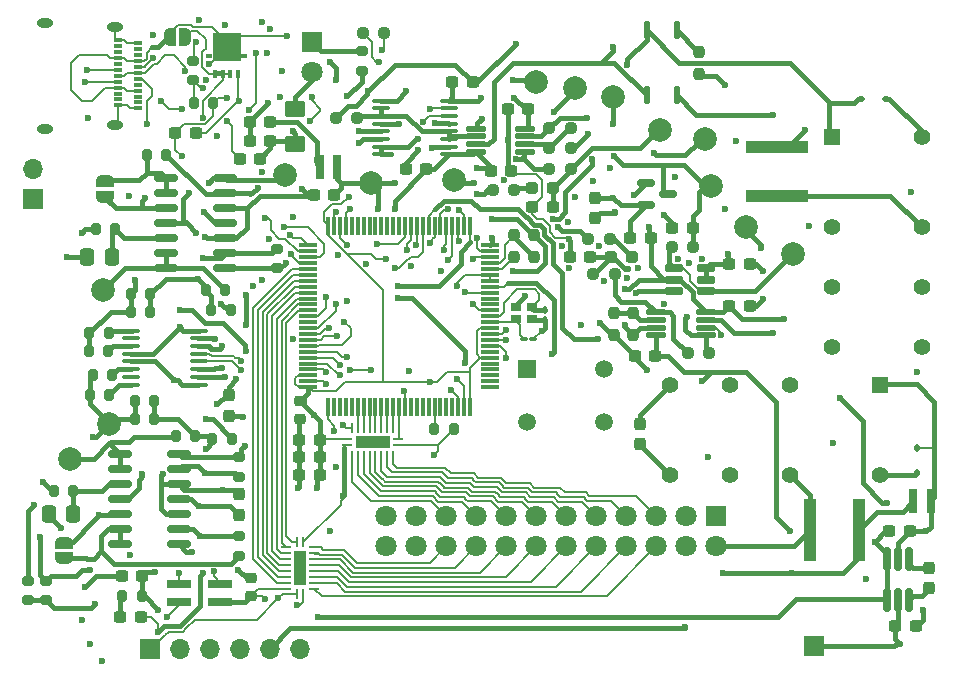
<source format=gbr>
%TF.GenerationSoftware,KiCad,Pcbnew,9.0.0*%
%TF.CreationDate,2025-04-10T22:59:02-04:00*%
%TF.ProjectId,USBLabTool,5553424c-6162-4546-9f6f-6c2e6b696361,2*%
%TF.SameCoordinates,Original*%
%TF.FileFunction,Copper,L1,Top*%
%TF.FilePolarity,Positive*%
%FSLAX46Y46*%
G04 Gerber Fmt 4.6, Leading zero omitted, Abs format (unit mm)*
G04 Created by KiCad (PCBNEW 9.0.0) date 2025-04-10 22:59:02*
%MOMM*%
%LPD*%
G01*
G04 APERTURE LIST*
G04 Aperture macros list*
%AMRoundRect*
0 Rectangle with rounded corners*
0 $1 Rounding radius*
0 $2 $3 $4 $5 $6 $7 $8 $9 X,Y pos of 4 corners*
0 Add a 4 corners polygon primitive as box body*
4,1,4,$2,$3,$4,$5,$6,$7,$8,$9,$2,$3,0*
0 Add four circle primitives for the rounded corners*
1,1,$1+$1,$2,$3*
1,1,$1+$1,$4,$5*
1,1,$1+$1,$6,$7*
1,1,$1+$1,$8,$9*
0 Add four rect primitives between the rounded corners*
20,1,$1+$1,$2,$3,$4,$5,0*
20,1,$1+$1,$4,$5,$6,$7,0*
20,1,$1+$1,$6,$7,$8,$9,0*
20,1,$1+$1,$8,$9,$2,$3,0*%
%AMFreePoly0*
4,1,23,0.500000,-0.750000,0.000000,-0.750000,0.000000,-0.745722,-0.065263,-0.745722,-0.191342,-0.711940,-0.304381,-0.646677,-0.396677,-0.554381,-0.461940,-0.441342,-0.495722,-0.315263,-0.495722,-0.250000,-0.500000,-0.250000,-0.500000,0.250000,-0.495722,0.250000,-0.495722,0.315263,-0.461940,0.441342,-0.396677,0.554381,-0.304381,0.646677,-0.191342,0.711940,-0.065263,0.745722,0.000000,0.745722,
0.000000,0.750000,0.500000,0.750000,0.500000,-0.750000,0.500000,-0.750000,$1*%
%AMFreePoly1*
4,1,23,0.000000,0.745722,0.065263,0.745722,0.191342,0.711940,0.304381,0.646677,0.396677,0.554381,0.461940,0.441342,0.495722,0.315263,0.495722,0.250000,0.500000,0.250000,0.500000,-0.250000,0.495722,-0.250000,0.495722,-0.315263,0.461940,-0.441342,0.396677,-0.554381,0.304381,-0.646677,0.191342,-0.711940,0.065263,-0.745722,0.000000,-0.745722,0.000000,-0.750000,-0.500000,-0.750000,
-0.500000,0.750000,0.000000,0.750000,0.000000,0.745722,0.000000,0.745722,$1*%
G04 Aperture macros list end*
%TA.AperFunction,SMDPad,CuDef*%
%ADD10RoundRect,0.200000X-0.200000X-0.275000X0.200000X-0.275000X0.200000X0.275000X-0.200000X0.275000X0*%
%TD*%
%TA.AperFunction,SMDPad,CuDef*%
%ADD11RoundRect,0.250000X0.337500X0.475000X-0.337500X0.475000X-0.337500X-0.475000X0.337500X-0.475000X0*%
%TD*%
%TA.AperFunction,SMDPad,CuDef*%
%ADD12RoundRect,0.237500X-0.250000X-0.237500X0.250000X-0.237500X0.250000X0.237500X-0.250000X0.237500X0*%
%TD*%
%TA.AperFunction,SMDPad,CuDef*%
%ADD13RoundRect,0.075000X0.725000X0.075000X-0.725000X0.075000X-0.725000X-0.075000X0.725000X-0.075000X0*%
%TD*%
%TA.AperFunction,SMDPad,CuDef*%
%ADD14RoundRect,0.075000X0.075000X0.725000X-0.075000X0.725000X-0.075000X-0.725000X0.075000X-0.725000X0*%
%TD*%
%TA.AperFunction,SMDPad,CuDef*%
%ADD15RoundRect,0.237500X0.300000X0.237500X-0.300000X0.237500X-0.300000X-0.237500X0.300000X-0.237500X0*%
%TD*%
%TA.AperFunction,SMDPad,CuDef*%
%ADD16C,2.000000*%
%TD*%
%TA.AperFunction,SMDPad,CuDef*%
%ADD17RoundRect,0.150000X-0.825000X-0.150000X0.825000X-0.150000X0.825000X0.150000X-0.825000X0.150000X0*%
%TD*%
%TA.AperFunction,SMDPad,CuDef*%
%ADD18RoundRect,0.100000X-0.637500X-0.100000X0.637500X-0.100000X0.637500X0.100000X-0.637500X0.100000X0*%
%TD*%
%TA.AperFunction,ComponentPad*%
%ADD19R,1.700000X1.700000*%
%TD*%
%TA.AperFunction,ComponentPad*%
%ADD20O,1.700000X1.700000*%
%TD*%
%TA.AperFunction,SMDPad,CuDef*%
%ADD21RoundRect,0.237500X-0.237500X0.250000X-0.237500X-0.250000X0.237500X-0.250000X0.237500X0.250000X0*%
%TD*%
%TA.AperFunction,SMDPad,CuDef*%
%ADD22RoundRect,0.237500X-0.300000X-0.237500X0.300000X-0.237500X0.300000X0.237500X-0.300000X0.237500X0*%
%TD*%
%TA.AperFunction,SMDPad,CuDef*%
%ADD23R,5.207000X1.066800*%
%TD*%
%TA.AperFunction,SMDPad,CuDef*%
%ADD24RoundRect,0.137500X-0.137500X0.587500X-0.137500X-0.587500X0.137500X-0.587500X0.137500X0.587500X0*%
%TD*%
%TA.AperFunction,SMDPad,CuDef*%
%ADD25RoundRect,0.200000X0.200000X0.275000X-0.200000X0.275000X-0.200000X-0.275000X0.200000X-0.275000X0*%
%TD*%
%TA.AperFunction,SMDPad,CuDef*%
%ADD26RoundRect,0.237500X-0.237500X0.300000X-0.237500X-0.300000X0.237500X-0.300000X0.237500X0.300000X0*%
%TD*%
%TA.AperFunction,SMDPad,CuDef*%
%ADD27RoundRect,0.237500X0.250000X0.237500X-0.250000X0.237500X-0.250000X-0.237500X0.250000X-0.237500X0*%
%TD*%
%TA.AperFunction,SMDPad,CuDef*%
%ADD28RoundRect,0.200000X0.275000X-0.200000X0.275000X0.200000X-0.275000X0.200000X-0.275000X-0.200000X0*%
%TD*%
%TA.AperFunction,SMDPad,CuDef*%
%ADD29RoundRect,0.150000X-0.587500X-0.150000X0.587500X-0.150000X0.587500X0.150000X-0.587500X0.150000X0*%
%TD*%
%TA.AperFunction,SMDPad,CuDef*%
%ADD30R,0.838200X0.762000*%
%TD*%
%TA.AperFunction,SMDPad,CuDef*%
%ADD31RoundRect,0.112500X0.187500X0.112500X-0.187500X0.112500X-0.187500X-0.112500X0.187500X-0.112500X0*%
%TD*%
%TA.AperFunction,SMDPad,CuDef*%
%ADD32RoundRect,0.125000X-0.687500X-0.125000X0.687500X-0.125000X0.687500X0.125000X-0.687500X0.125000X0*%
%TD*%
%TA.AperFunction,SMDPad,CuDef*%
%ADD33RoundRect,0.062500X0.062500X0.350000X-0.062500X0.350000X-0.062500X-0.350000X0.062500X-0.350000X0*%
%TD*%
%TA.AperFunction,SMDPad,CuDef*%
%ADD34RoundRect,0.062500X0.350000X0.062500X-0.350000X0.062500X-0.350000X-0.062500X0.350000X-0.062500X0*%
%TD*%
%TA.AperFunction,HeatsinkPad*%
%ADD35R,1.000000X3.000000*%
%TD*%
%TA.AperFunction,SMDPad,CuDef*%
%ADD36RoundRect,0.100000X-0.217500X-0.100000X0.217500X-0.100000X0.217500X0.100000X-0.217500X0.100000X0*%
%TD*%
%TA.AperFunction,SMDPad,CuDef*%
%ADD37R,0.698500X2.006600*%
%TD*%
%TA.AperFunction,SMDPad,CuDef*%
%ADD38RoundRect,0.112500X0.112500X-0.187500X0.112500X0.187500X-0.112500X0.187500X-0.112500X-0.187500X0*%
%TD*%
%TA.AperFunction,ComponentPad*%
%ADD39R,1.508000X1.508000*%
%TD*%
%TA.AperFunction,ComponentPad*%
%ADD40C,1.508000*%
%TD*%
%TA.AperFunction,SMDPad,CuDef*%
%ADD41RoundRect,0.237500X-0.287500X-0.237500X0.287500X-0.237500X0.287500X0.237500X-0.287500X0.237500X0*%
%TD*%
%TA.AperFunction,SMDPad,CuDef*%
%ADD42RoundRect,0.200000X-0.275000X0.200000X-0.275000X-0.200000X0.275000X-0.200000X0.275000X0.200000X0*%
%TD*%
%TA.AperFunction,SMDPad,CuDef*%
%ADD43RoundRect,0.162500X0.162500X-0.837500X0.162500X0.837500X-0.162500X0.837500X-0.162500X-0.837500X0*%
%TD*%
%TA.AperFunction,SMDPad,CuDef*%
%ADD44RoundRect,0.100000X0.100000X-0.217500X0.100000X0.217500X-0.100000X0.217500X-0.100000X-0.217500X0*%
%TD*%
%TA.AperFunction,SMDPad,CuDef*%
%ADD45RoundRect,0.237500X0.237500X-0.300000X0.237500X0.300000X-0.237500X0.300000X-0.237500X-0.300000X0*%
%TD*%
%TA.AperFunction,ComponentPad*%
%ADD46R,1.800000X1.800000*%
%TD*%
%TA.AperFunction,ComponentPad*%
%ADD47C,1.800000*%
%TD*%
%TA.AperFunction,SMDPad,CuDef*%
%ADD48RoundRect,0.225000X-0.250000X0.225000X-0.250000X-0.225000X0.250000X-0.225000X0.250000X0.225000X0*%
%TD*%
%TA.AperFunction,SMDPad,CuDef*%
%ADD49FreePoly0,270.000000*%
%TD*%
%TA.AperFunction,SMDPad,CuDef*%
%ADD50FreePoly1,270.000000*%
%TD*%
%TA.AperFunction,SMDPad,CuDef*%
%ADD51FreePoly0,180.000000*%
%TD*%
%TA.AperFunction,SMDPad,CuDef*%
%ADD52FreePoly1,180.000000*%
%TD*%
%TA.AperFunction,SMDPad,CuDef*%
%ADD53R,1.066800X5.207000*%
%TD*%
%TA.AperFunction,SMDPad,CuDef*%
%ADD54R,2.006600X0.698500*%
%TD*%
%TA.AperFunction,SMDPad,CuDef*%
%ADD55RoundRect,0.162500X-0.617500X-0.162500X0.617500X-0.162500X0.617500X0.162500X-0.617500X0.162500X0*%
%TD*%
%TA.AperFunction,SMDPad,CuDef*%
%ADD56RoundRect,0.062500X0.350000X-0.062500X0.350000X0.062500X-0.350000X0.062500X-0.350000X-0.062500X0*%
%TD*%
%TA.AperFunction,SMDPad,CuDef*%
%ADD57RoundRect,0.062500X0.062500X-0.350000X0.062500X0.350000X-0.062500X0.350000X-0.062500X-0.350000X0*%
%TD*%
%TA.AperFunction,HeatsinkPad*%
%ADD58R,3.000000X1.000000*%
%TD*%
%TA.AperFunction,SMDPad,CuDef*%
%ADD59RoundRect,0.125000X0.687500X0.125000X-0.687500X0.125000X-0.687500X-0.125000X0.687500X-0.125000X0*%
%TD*%
%TA.AperFunction,SMDPad,CuDef*%
%ADD60FreePoly0,90.000000*%
%TD*%
%TA.AperFunction,SMDPad,CuDef*%
%ADD61FreePoly1,90.000000*%
%TD*%
%TA.AperFunction,SMDPad,CuDef*%
%ADD62RoundRect,0.237500X0.237500X-0.250000X0.237500X0.250000X-0.237500X0.250000X-0.237500X-0.250000X0*%
%TD*%
%TA.AperFunction,ComponentPad*%
%ADD63R,1.400000X1.400000*%
%TD*%
%TA.AperFunction,ComponentPad*%
%ADD64C,1.400000*%
%TD*%
%TA.AperFunction,SMDPad,CuDef*%
%ADD65RoundRect,0.237500X0.287500X0.237500X-0.287500X0.237500X-0.287500X-0.237500X0.287500X-0.237500X0*%
%TD*%
%TA.AperFunction,SMDPad,CuDef*%
%ADD66R,0.400000X0.750000*%
%TD*%
%TA.AperFunction,SMDPad,CuDef*%
%ADD67R,2.450000X2.400000*%
%TD*%
%TA.AperFunction,SMDPad,CuDef*%
%ADD68R,0.530000X0.400000*%
%TD*%
%TA.AperFunction,SMDPad,CuDef*%
%ADD69RoundRect,0.250001X0.624999X-0.462499X0.624999X0.462499X-0.624999X0.462499X-0.624999X-0.462499X0*%
%TD*%
%TA.AperFunction,SMDPad,CuDef*%
%ADD70R,0.700000X0.300000*%
%TD*%
%TA.AperFunction,HeatsinkPad*%
%ADD71O,1.400000X0.800000*%
%TD*%
%TA.AperFunction,ViaPad*%
%ADD72C,0.600000*%
%TD*%
%TA.AperFunction,Conductor*%
%ADD73C,0.400000*%
%TD*%
%TA.AperFunction,Conductor*%
%ADD74C,0.200000*%
%TD*%
G04 APERTURE END LIST*
D10*
%TO.P,R45,1*%
%TO.N,/AWG_FrontEnd/C1_OUT_G*%
X120181000Y-89434000D03*
%TO.P,R45,2*%
%TO.N,Net-(U10C--)*%
X121831000Y-89434000D03*
%TD*%
D11*
%TO.P,C30,1*%
%TO.N,Net-(U10B-+)*%
X118543500Y-86244000D03*
%TO.P,C30,2*%
%TO.N,GND*%
X116468500Y-86244000D03*
%TD*%
D12*
%TO.P,R31,1*%
%TO.N,Net-(U7--)*%
X165963501Y-85444000D03*
%TO.P,R31,2*%
%TO.N,ADC2_INP3*%
X167788501Y-85444000D03*
%TD*%
D13*
%TO.P,U12,1,PE2*%
%TO.N,unconnected-(U12-PE2-Pad1)*%
X150556000Y-97294000D03*
%TO.P,U12,2,PE3*%
%TO.N,unconnected-(U12-PE3-Pad2)*%
X150556000Y-96794000D03*
%TO.P,U12,3,PE4*%
%TO.N,unconnected-(U12-PE4-Pad3)*%
X150556000Y-96294000D03*
%TO.P,U12,4,PE5*%
%TO.N,unconnected-(U12-PE5-Pad4)*%
X150556000Y-95794000D03*
%TO.P,U12,5,PE6*%
%TO.N,unconnected-(U12-PE6-Pad5)*%
X150556000Y-95294000D03*
%TO.P,U12,6,VBAT*%
%TO.N,+3.3V*%
X150556000Y-94794000D03*
%TO.P,U12,7,PC13*%
%TO.N,unconnected-(U12-PC13-Pad7)*%
X150556000Y-94294000D03*
%TO.P,U12,8,PC14*%
%TO.N,RCC_OSC32_IN*%
X150556000Y-93794000D03*
%TO.P,U12,9,PC15*%
%TO.N,RCC_OSC32_OUT*%
X150556000Y-93294000D03*
%TO.P,U12,10,VSS*%
%TO.N,GND*%
X150556000Y-92794000D03*
%TO.P,U12,11,VDD*%
%TO.N,+3.3V*%
X150556000Y-92294000D03*
%TO.P,U12,12,PH0*%
%TO.N,RCC_OSC_IN*%
X150556000Y-91794000D03*
%TO.P,U12,13,PH1*%
%TO.N,RCC_OSC_OUT*%
X150556000Y-91294000D03*
%TO.P,U12,14,NRST*%
%TO.N,NRST*%
X150556000Y-90794000D03*
%TO.P,U12,15,PC0*%
%TO.N,unconnected-(U12-PC0-Pad15)*%
X150556000Y-90294000D03*
%TO.P,U12,16,PC1*%
%TO.N,unconnected-(U12-PC1-Pad16)*%
X150556000Y-89794000D03*
%TO.P,U12,17,PC2*%
%TO.N,CH0_attenuate*%
X150556000Y-89294000D03*
%TO.P,U12,18,PC3*%
%TO.N,CH0_ACDC*%
X150556000Y-88794000D03*
%TO.P,U12,19,VSSA*%
%TO.N,GNDA*%
X150556000Y-88294000D03*
%TO.P,U12,20,VREF-*%
X150556000Y-87794000D03*
%TO.P,U12,21,VREF+*%
%TO.N,VREFP*%
X150556000Y-87294000D03*
%TO.P,U12,22,VDDA*%
%TO.N,Net-(U12-VDDA)*%
X150556000Y-86794000D03*
%TO.P,U12,23,PA0*%
%TO.N,ADC1_INP0*%
X150556000Y-86294000D03*
%TO.P,U12,24,PA1*%
%TO.N,TIM2_CH2*%
X150556000Y-85794000D03*
%TO.P,U12,25,PA2*%
%TO.N,TIM2_CH3*%
X150556000Y-85294000D03*
D14*
%TO.P,U12,26,PA3*%
%TO.N,GAIN_C0*%
X148881000Y-83619000D03*
%TO.P,U12,27,VSS*%
%TO.N,GND*%
X148381000Y-83619000D03*
%TO.P,U12,28,VDD*%
%TO.N,+3.3V*%
X147881000Y-83619000D03*
%TO.P,U12,29,PA4*%
%TO.N,C0_IN*%
X147381000Y-83619000D03*
%TO.P,U12,30,PA5*%
%TO.N,C1_IN*%
X146881000Y-83619000D03*
%TO.P,U12,31,PA6*%
%TO.N,ADC2_INP3*%
X146381000Y-83619000D03*
%TO.P,U12,32,PA7*%
%TO.N,GAIN_C1*%
X145881000Y-83619000D03*
%TO.P,U12,33,PC4*%
%TO.N,CH1_ACDC*%
X145381000Y-83619000D03*
%TO.P,U12,34,PC5*%
%TO.N,CH1_attenuate*%
X144881000Y-83619000D03*
%TO.P,U12,35,PB0*%
%TO.N,CH1_amp_1*%
X144381000Y-83619000D03*
%TO.P,U12,36,PB1*%
%TO.N,CH1_amp_5*%
X143881000Y-83619000D03*
%TO.P,U12,37,PB2*%
%TO.N,CH1_amp_2.5*%
X143381000Y-83619000D03*
%TO.P,U12,38,PE7*%
%TO.N,unconnected-(U12-PE7-Pad38)*%
X142881000Y-83619000D03*
%TO.P,U12,39,PE8*%
%TO.N,unconnected-(U12-PE8-Pad39)*%
X142381000Y-83619000D03*
%TO.P,U12,40,PE9*%
%TO.N,unconnected-(U12-PE9-Pad40)*%
X141881000Y-83619000D03*
%TO.P,U12,41,PE10*%
%TO.N,unconnected-(U12-PE10-Pad41)*%
X141381000Y-83619000D03*
%TO.P,U12,42,PE11*%
%TO.N,unconnected-(U12-PE11-Pad42)*%
X140881000Y-83619000D03*
%TO.P,U12,43,PE12*%
%TO.N,unconnected-(U12-PE12-Pad43)*%
X140381000Y-83619000D03*
%TO.P,U12,44,PE13*%
%TO.N,unconnected-(U12-PE13-Pad44)*%
X139881000Y-83619000D03*
%TO.P,U12,45,PE14*%
%TO.N,unconnected-(U12-PE14-Pad45)*%
X139381000Y-83619000D03*
%TO.P,U12,46,PE15*%
%TO.N,unconnected-(U12-PE15-Pad46)*%
X138881000Y-83619000D03*
%TO.P,U12,47,PB10*%
%TO.N,CH1_amp_10*%
X138381000Y-83619000D03*
%TO.P,U12,48,VCAP*%
%TO.N,Net-(C31-Pad2)*%
X137881000Y-83619000D03*
%TO.P,U12,49,VSS*%
%TO.N,GND*%
X137381000Y-83619000D03*
%TO.P,U12,50,VDD*%
%TO.N,+3.3V*%
X136881000Y-83619000D03*
D13*
%TO.P,U12,51,PB12*%
%TO.N,CH0_amp_1*%
X135206000Y-85294000D03*
%TO.P,U12,52,PB13*%
%TO.N,Net-(U12-PB13)*%
X135206000Y-85794000D03*
%TO.P,U12,53,PB14*%
%TO.N,Net-(U12-PB14)*%
X135206000Y-86294000D03*
%TO.P,U12,54,PB15*%
%TO.N,CH0_amp_10*%
X135206000Y-86794000D03*
%TO.P,U12,55,PD8*%
%TO.N,LOGIC_IN15*%
X135206000Y-87294000D03*
%TO.P,U12,56,PD9*%
%TO.N,LOGIC_IN14*%
X135206000Y-87794000D03*
%TO.P,U12,57,PD10*%
%TO.N,LOGIC_IN13*%
X135206000Y-88294000D03*
%TO.P,U12,58,PD11*%
%TO.N,LOGIC_IN12*%
X135206000Y-88794000D03*
%TO.P,U12,59,PD12*%
%TO.N,LOGIC_IN11*%
X135206000Y-89294000D03*
%TO.P,U12,60,PD13*%
%TO.N,LOGIC_IN10*%
X135206000Y-89794000D03*
%TO.P,U12,61,PD14*%
%TO.N,LOGIC_IN9*%
X135206000Y-90294000D03*
%TO.P,U12,62,PD15*%
%TO.N,LOGIC_IN8*%
X135206000Y-90794000D03*
%TO.P,U12,63,PC6*%
%TO.N,CH0_amp_2.5*%
X135206000Y-91294000D03*
%TO.P,U12,64,PC7*%
%TO.N,unconnected-(U12-PC7-Pad64)*%
X135206000Y-91794000D03*
%TO.P,U12,65,PC8*%
%TO.N,CH0_amp_5*%
X135206000Y-92294000D03*
%TO.P,U12,66,PC9*%
%TO.N,UCPD_FLT*%
X135206000Y-92794000D03*
%TO.P,U12,67,PA8*%
%TO.N,TIM1_CH1*%
X135206000Y-93294000D03*
%TO.P,U12,68,PA9*%
%TO.N,USCPD_DBn*%
X135206000Y-93794000D03*
%TO.P,U12,69,PA10*%
%TO.N,TIM1_CH2*%
X135206000Y-94294000D03*
%TO.P,U12,70,PA11*%
%TO.N,USB_D-*%
X135206000Y-94794000D03*
%TO.P,U12,71,PA12*%
%TO.N,USB_D+*%
X135206000Y-95294000D03*
%TO.P,U12,72,PA13(JTMS*%
%TO.N,DEBUG_JTMS-SWDI0*%
X135206000Y-95794000D03*
%TO.P,U12,73,VDDUSB*%
%TO.N,+3.3V*%
X135206000Y-96294000D03*
%TO.P,U12,74,VSS*%
%TO.N,GND*%
X135206000Y-96794000D03*
%TO.P,U12,75,VDD*%
%TO.N,+3.3V*%
X135206000Y-97294000D03*
D14*
%TO.P,U12,76,PA14(JTCK*%
%TO.N,DEBUG_JTCK_SWCLK*%
X136881000Y-98969000D03*
%TO.P,U12,77,PA15(JTDI)*%
%TO.N,unconnected-(U12-PA15(JTDI)-Pad77)*%
X137381000Y-98969000D03*
%TO.P,U12,78,PC10*%
%TO.N,unconnected-(U12-PC10-Pad78)*%
X137881000Y-98969000D03*
%TO.P,U12,79,PC11*%
%TO.N,unconnected-(U12-PC11-Pad79)*%
X138381000Y-98969000D03*
%TO.P,U12,80,PC12*%
%TO.N,unconnected-(U12-PC12-Pad80)*%
X138881000Y-98969000D03*
%TO.P,U12,81,PD0*%
%TO.N,LOGIC_IN0*%
X139381000Y-98969000D03*
%TO.P,U12,82,PD1*%
%TO.N,LOGIC_IN1*%
X139881000Y-98969000D03*
%TO.P,U12,83,PD2*%
%TO.N,LOGIC_IN2*%
X140381000Y-98969000D03*
%TO.P,U12,84,PD3*%
%TO.N,LOGIC_IN3*%
X140881000Y-98969000D03*
%TO.P,U12,85,PD4*%
%TO.N,LOGIC_IN4*%
X141381000Y-98969000D03*
%TO.P,U12,86,PD5*%
%TO.N,LOGIC_IN5*%
X141881000Y-98969000D03*
%TO.P,U12,87,PD6*%
%TO.N,LOGIC_IN6*%
X142381000Y-98969000D03*
%TO.P,U12,88,PD7*%
%TO.N,LOGIC_IN7*%
X142881000Y-98969000D03*
%TO.P,U12,89,PB3(JTDO*%
%TO.N,DEBUG_JTD-SW0*%
X143381000Y-98969000D03*
%TO.P,U12,90,PB4(NJTRST)*%
%TO.N,unconnected-(U12-PB4(NJTRST)-Pad90)*%
X143881000Y-98969000D03*
%TO.P,U12,91,PB5*%
%TO.N,unconnected-(U12-PB5-Pad91)*%
X144381000Y-98969000D03*
%TO.P,U12,92,PB6*%
%TO.N,unconnected-(U12-PB6-Pad92)*%
X144881000Y-98969000D03*
%TO.P,U12,93,PB7*%
%TO.N,unconnected-(U12-PB7-Pad93)*%
X145381000Y-98969000D03*
%TO.P,U12,94,BOOT0*%
%TO.N,Net-(U12-BOOT0)*%
X145881000Y-98969000D03*
%TO.P,U12,95,PB8*%
%TO.N,unconnected-(U12-PB8-Pad95)*%
X146381000Y-98969000D03*
%TO.P,U12,96,PB9*%
%TO.N,unconnected-(U12-PB9-Pad96)*%
X146881000Y-98969000D03*
%TO.P,U12,97,PE0*%
%TO.N,unconnected-(U12-PE0-Pad97)*%
X147381000Y-98969000D03*
%TO.P,U12,98,VCAP*%
%TO.N,Net-(C31-Pad1)*%
X147881000Y-98969000D03*
%TO.P,U12,99,VSS*%
%TO.N,GND*%
X148381000Y-98969000D03*
%TO.P,U12,100,VDD*%
%TO.N,+3.3V*%
X148881000Y-98969000D03*
%TD*%
D15*
%TO.P,C18,1*%
%TO.N,+5VCLEAN*%
X153788500Y-73786500D03*
%TO.P,C18,2*%
%TO.N,GNDA*%
X152063500Y-73786500D03*
%TD*%
D16*
%TO.P,TP4,1,1*%
%TO.N,/AWG_FrontEnd/C1_OUT_G*%
X133250000Y-79320000D03*
%TD*%
D17*
%TO.P,U9,1*%
%TO.N,/AWG_FrontEnd/C0_V_OFF*%
X119275000Y-102975000D03*
%TO.P,U9,2,-*%
X119275000Y-104245000D03*
%TO.P,U9,3,+*%
%TO.N,Net-(U9A-+)*%
X119275000Y-105515000D03*
%TO.P,U9,4,V+*%
%TO.N,+12VA*%
X119275000Y-106785000D03*
%TO.P,U9,5,+*%
%TO.N,C0_IN*%
X119275000Y-108055000D03*
%TO.P,U9,6,-*%
%TO.N,Net-(JP1-B)*%
X119275000Y-109325000D03*
%TO.P,U9,7*%
X119275000Y-110595000D03*
%TO.P,U9,8*%
%TO.N,/AWG_FrontEnd/C0_OUT_G*%
X124225000Y-110595000D03*
%TO.P,U9,9,-*%
%TO.N,/AWG_FrontEnd/C0_FB*%
X124225000Y-109325000D03*
%TO.P,U9,10,+*%
%TO.N,GNDA*%
X124225000Y-108055000D03*
%TO.P,U9,11,V-*%
%TO.N,-12VA*%
X124225000Y-106785000D03*
%TO.P,U9,12,+*%
%TO.N,GNDA*%
X124225000Y-105515000D03*
%TO.P,U9,13,-*%
%TO.N,Net-(U9D--)*%
X124225000Y-104245000D03*
%TO.P,U9,14*%
%TO.N,DAC1_OUT1*%
X124225000Y-102975000D03*
%TD*%
D18*
%TO.P,U5,1,1Z*%
%TO.N,Net-(U5-1Z)*%
X141381000Y-73044000D03*
%TO.P,U5,2,1Y*%
%TO.N,Net-(U5-1Y)*%
X141381000Y-73694000D03*
%TO.P,U5,3,2Y*%
X141381000Y-74344000D03*
%TO.P,U5,4,2Z*%
%TO.N,Net-(U5-2Z)*%
X141381000Y-74994000D03*
%TO.P,U5,5,2S*%
%TO.N,CH0_amp_2.5*%
X141381000Y-75644000D03*
%TO.P,U5,6,3S*%
%TO.N,CH0_amp_5*%
X141381000Y-76294000D03*
%TO.P,U5,7,E*%
%TO.N,GND*%
X141381000Y-76944000D03*
%TO.P,U5,8,GND*%
X141381000Y-77594000D03*
%TO.P,U5,9,V_EE*%
%TO.N,-5VCLEAN*%
X147106000Y-77594000D03*
%TO.P,U5,10,3Z*%
%TO.N,Net-(U5-3Z)*%
X147106000Y-76944000D03*
%TO.P,U5,11,3Y*%
%TO.N,Net-(U5-1Y)*%
X147106000Y-76294000D03*
%TO.P,U5,12,4Y*%
X147106000Y-75644000D03*
%TO.P,U5,13,4Z*%
%TO.N,Net-(U5-4Z)*%
X147106000Y-74994000D03*
%TO.P,U5,14,4S*%
%TO.N,CH0_amp_10*%
X147106000Y-74344000D03*
%TO.P,U5,15,1S*%
%TO.N,CH0_amp_1*%
X147106000Y-73694000D03*
%TO.P,U5,16,V_CC*%
%TO.N,+5VCLEAN*%
X147106000Y-73044000D03*
%TD*%
D10*
%TO.P,R48,1*%
%TO.N,Net-(U9D--)*%
X127081000Y-101644000D03*
%TO.P,R48,2*%
%TO.N,-5VCLEAN*%
X128731000Y-101644000D03*
%TD*%
D12*
%TO.P,R27,1*%
%TO.N,Net-(U6--IN_B)*%
X155593500Y-77044000D03*
%TO.P,R27,2*%
%TO.N,GNDA*%
X157418500Y-77044000D03*
%TD*%
D16*
%TO.P,TP1,1,1*%
%TO.N,/AWG_FrontEnd/C0_V_OFF*%
X114981000Y-103379000D03*
%TD*%
D10*
%TO.P,R47,1*%
%TO.N,/AWG_FrontEnd/C0_V_OFF*%
X123981000Y-101454000D03*
%TO.P,R47,2*%
%TO.N,Net-(U9D--)*%
X125631000Y-101454000D03*
%TD*%
D19*
%TO.P,J17,1,Pin_1*%
%TO.N,+12VA*%
X111906000Y-81384000D03*
D20*
%TO.P,J17,2,Pin_2*%
%TO.N,-12VA*%
X111906000Y-78844000D03*
%TD*%
D15*
%TO.P,C15,1*%
%TO.N,+5VCLEAN*%
X164568500Y-94644000D03*
%TO.P,C15,2*%
%TO.N,GNDA*%
X162843500Y-94644000D03*
%TD*%
D21*
%TO.P,R28,1*%
%TO.N,Net-(U4--IN_B)*%
X162706000Y-91044000D03*
%TO.P,R28,2*%
%TO.N,Net-(U4-OUT_B)*%
X162706000Y-92869000D03*
%TD*%
D22*
%TO.P,C66,1*%
%TO.N,-5V*%
X184887500Y-117500000D03*
%TO.P,C66,2*%
%TO.N,GND*%
X186612500Y-117500000D03*
%TD*%
D23*
%TO.P,GD2,1*%
%TO.N,GNDA*%
X174906000Y-76973900D03*
%TO.P,GD2,2*%
%TO.N,P_CH0_IN*%
X174906000Y-81114100D03*
%TD*%
D16*
%TO.P,TP10,1,1*%
%TO.N,ADC2_INP3*%
X169250000Y-80250000D03*
%TD*%
D24*
%TO.P,U2,1*%
%TO.N,Net-(R10-Pad1)*%
X166376000Y-67094000D03*
%TO.P,U2,2*%
%TO.N,GND*%
X163836000Y-67094000D03*
%TO.P,U2,3*%
%TO.N,Net-(U6-+IN_A)*%
X163836000Y-72594000D03*
%TO.P,U2,4*%
%TO.N,Net-(C10-Pad1)*%
X166376000Y-72594000D03*
%TD*%
D19*
%TO.P,J19,1,Pin_1*%
%TO.N,-5V*%
X178000000Y-119250000D03*
%TD*%
D25*
%TO.P,R53,1*%
%TO.N,GND*%
X147506000Y-100869000D03*
%TO.P,R53,2*%
%TO.N,Net-(U12-BOOT0)*%
X145856000Y-100869000D03*
%TD*%
%TO.P,R62,1*%
%TO.N,-12VA*%
X121075000Y-115000000D03*
%TO.P,R62,2*%
%TO.N,Net-(C46-Pad1)*%
X119425000Y-115000000D03*
%TD*%
D18*
%TO.P,U11,1,D1*%
%TO.N,Net-(U11A-D1)*%
X120208500Y-92521500D03*
%TO.P,U11,2,NC*%
%TO.N,unconnected-(U11C-NC-Pad2)*%
X120208500Y-93171500D03*
%TO.P,U11,3,D3*%
%TO.N,Net-(U11A-D3)*%
X120208500Y-93821500D03*
%TO.P,U11,4,S3*%
%TO.N,/AWG_FrontEnd/C1_FB*%
X120208500Y-94471500D03*
%TO.P,U11,5,S4*%
%TO.N,/AWG_FrontEnd/C0_FB*%
X120208500Y-95121500D03*
%TO.P,U11,6,D4*%
%TO.N,Net-(U11B-D4)*%
X120208500Y-95771500D03*
%TO.P,U11,7,NC*%
%TO.N,unconnected-(U11C-NC-Pad7)*%
X120208500Y-96421500D03*
%TO.P,U11,8,D2*%
%TO.N,Net-(U11B-D2)*%
X120208500Y-97071500D03*
%TO.P,U11,9,S2*%
%TO.N,/AWG_FrontEnd/C0_FB*%
X125933500Y-97071500D03*
%TO.P,U11,10,IN2*%
%TO.N,GAIN_C0*%
X125933500Y-96421500D03*
%TO.P,U11,11,V+*%
%TO.N,+12VA*%
X125933500Y-95771500D03*
%TO.P,U11,12,VL*%
%TO.N,+3.3V*%
X125933500Y-95121500D03*
%TO.P,U11,13,GND*%
%TO.N,GND*%
X125933500Y-94471500D03*
%TO.P,U11,14,V-*%
%TO.N,-12VA*%
X125933500Y-93821500D03*
%TO.P,U11,15,IN1*%
%TO.N,GAIN_C1*%
X125933500Y-93171500D03*
%TO.P,U11,16,S1*%
%TO.N,/AWG_FrontEnd/C1_FB*%
X125933500Y-92521500D03*
%TD*%
D26*
%TO.P,C48,1*%
%TO.N,GNDA*%
X129306000Y-106381500D03*
%TO.P,C48,2*%
%TO.N,-12VA*%
X129306000Y-108106500D03*
%TD*%
D27*
%TO.P,R29,1*%
%TO.N,Net-(C20-Pad1)*%
X157438500Y-78786500D03*
%TO.P,R29,2*%
%TO.N,Net-(U6-+IN_B)*%
X155613500Y-78786500D03*
%TD*%
D22*
%TO.P,C41,1*%
%TO.N,GND*%
X119387500Y-113250000D03*
%TO.P,C41,2*%
%TO.N,-12VA*%
X121112500Y-113250000D03*
%TD*%
D28*
%TO.P,R51,1*%
%TO.N,Net-(U9D--)*%
X129306000Y-104894000D03*
%TO.P,R51,2*%
%TO.N,DAC1_OUT1*%
X129306000Y-103244000D03*
%TD*%
D21*
%TO.P,R54,1*%
%TO.N,+3.3VA*%
X154306000Y-84419000D03*
%TO.P,R54,2*%
%TO.N,Net-(U12-VDDA)*%
X154306000Y-86244000D03*
%TD*%
D10*
%TO.P,R46,1*%
%TO.N,/AWG_FrontEnd/C1_OUT_G*%
X120181000Y-90934000D03*
%TO.P,R46,2*%
%TO.N,Net-(U10C--)*%
X121831000Y-90934000D03*
%TD*%
D21*
%TO.P,R25,1*%
%TO.N,Net-(U4--IN_B)*%
X161106000Y-91044000D03*
%TO.P,R25,2*%
%TO.N,GNDA*%
X161106000Y-92869000D03*
%TD*%
D29*
%TO.P,D3,1,K*%
%TO.N,+3.3VA*%
X163750000Y-80000000D03*
%TO.P,D3,2,A*%
%TO.N,GNDA*%
X163750000Y-81900000D03*
%TO.P,D3,3,K*%
%TO.N,ADC2_INP3*%
X165625000Y-80950000D03*
%TD*%
D16*
%TO.P,TP12,1,1*%
%TO.N,Net-(C19-Pad1)*%
X161000000Y-72750000D03*
%TD*%
D12*
%TO.P,R24,1*%
%TO.N,TIM2_CH2*%
X150793500Y-80644000D03*
%TO.P,R24,2*%
%TO.N,Net-(L2-Pad1)*%
X152618500Y-80644000D03*
%TD*%
D10*
%TO.P,R33,1*%
%TO.N,TIM1_CH1*%
X113656000Y-106069000D03*
%TO.P,R33,2*%
%TO.N,Net-(U9A-+)*%
X115306000Y-106069000D03*
%TD*%
D30*
%TO.P,Y2,1,1*%
%TO.N,RCC_OSC_IN*%
X152750000Y-91550000D03*
%TO.P,Y2,2,2*%
%TO.N,GND*%
X154100000Y-91550000D03*
%TO.P,Y2,3,3*%
%TO.N,RCC_OSC_OUT*%
X154100000Y-90500000D03*
%TO.P,Y2,4,4*%
%TO.N,GND*%
X152750000Y-90500000D03*
%TD*%
D22*
%TO.P,C60,1*%
%TO.N,GNDA*%
X135643500Y-81044000D03*
%TO.P,C60,2*%
%TO.N,+3.3VA*%
X137368500Y-81044000D03*
%TD*%
D12*
%TO.P,R12,1*%
%TO.N,GNDA*%
X137500000Y-74500000D03*
%TO.P,R12,2*%
%TO.N,Net-(U5-1Y)*%
X139325000Y-74500000D03*
%TD*%
D10*
%TO.P,R42,1*%
%TO.N,/AWG_FrontEnd/C1_OUT_G*%
X116600000Y-94244000D03*
%TO.P,R42,2*%
%TO.N,Net-(U11A-D3)*%
X118250000Y-94244000D03*
%TD*%
D31*
%TO.P,D2,1,K*%
%TO.N,CH0_attenuate*%
X184075000Y-72900000D03*
%TO.P,D2,2,A*%
%TO.N,GND*%
X181975000Y-72900000D03*
%TD*%
D32*
%TO.P,U6,1,OUT_A*%
%TO.N,Net-(U6-OUT_A)*%
X149351000Y-75411500D03*
%TO.P,U6,2,-IN_A*%
%TO.N,Net-(U5-1Y)*%
X149351000Y-76061500D03*
%TO.P,U6,3,+IN_A*%
%TO.N,Net-(U6-+IN_A)*%
X149351000Y-76711500D03*
%TO.P,U6,4,V-*%
%TO.N,-5VCLEAN*%
X149351000Y-77361500D03*
%TO.P,U6,5,+IN_B*%
%TO.N,Net-(U6-+IN_B)*%
X153576000Y-77361500D03*
%TO.P,U6,6,-IN_B*%
%TO.N,Net-(U6--IN_B)*%
X153576000Y-76711500D03*
%TO.P,U6,7,OUT_B*%
%TO.N,Net-(U6-OUT_B)*%
X153576000Y-76061500D03*
%TO.P,U6,8,V+*%
%TO.N,+5VCLEAN*%
X153576000Y-75411500D03*
%TD*%
D33*
%TO.P,U18,1,A->B*%
%TO.N,GND*%
X134743500Y-114806500D03*
D34*
%TO.P,U18,2,A0*%
%TO.N,LOGIC_INP15*%
X135681000Y-114369000D03*
%TO.P,U18,3,A1*%
%TO.N,LOGIC_INP14*%
X135681000Y-113869000D03*
%TO.P,U18,4,A2*%
%TO.N,LOGIC_INP13*%
X135681000Y-113369000D03*
%TO.P,U18,5,A3*%
%TO.N,LOGIC_INP12*%
X135681000Y-112869000D03*
%TO.P,U18,6,A4*%
%TO.N,LOGIC_INP11*%
X135681000Y-112369000D03*
%TO.P,U18,7,A5*%
%TO.N,LOGIC_INP10*%
X135681000Y-111869000D03*
%TO.P,U18,8,A6*%
%TO.N,LOGIC_INP9*%
X135681000Y-111369000D03*
%TO.P,U18,9,A7*%
%TO.N,LOGIC_INP8*%
X135681000Y-110869000D03*
D33*
%TO.P,U18,10,GND*%
%TO.N,GND*%
X134743500Y-110431500D03*
%TO.P,U18,11,B7*%
%TO.N,LOGIC_IN8*%
X134243500Y-110431500D03*
D34*
%TO.P,U18,12,B6*%
%TO.N,LOGIC_IN9*%
X133306000Y-110869000D03*
%TO.P,U18,13,B5*%
%TO.N,LOGIC_IN10*%
X133306000Y-111369000D03*
%TO.P,U18,14,B4*%
%TO.N,LOGIC_IN11*%
X133306000Y-111869000D03*
%TO.P,U18,15,B3*%
%TO.N,LOGIC_IN12*%
X133306000Y-112369000D03*
%TO.P,U18,16,B2*%
%TO.N,LOGIC_IN13*%
X133306000Y-112869000D03*
%TO.P,U18,17,B1*%
%TO.N,LOGIC_IN14*%
X133306000Y-113369000D03*
%TO.P,U18,18,B0*%
%TO.N,LOGIC_IN15*%
X133306000Y-113869000D03*
%TO.P,U18,19,CE*%
%TO.N,GND*%
X133306000Y-114369000D03*
D33*
%TO.P,U18,20,VCC*%
%TO.N,+3.3V*%
X134243500Y-114806500D03*
D35*
%TO.P,U18,21*%
%TO.N,N/C*%
X134493500Y-112619000D03*
%TD*%
D15*
%TO.P,C23,1*%
%TO.N,-5VCLEAN*%
X164168500Y-84644000D03*
%TO.P,C23,2*%
%TO.N,GNDA*%
X162443500Y-84644000D03*
%TD*%
D36*
%TO.P,C33,1*%
%TO.N,RCC_OSC_IN*%
X153435000Y-93250000D03*
%TO.P,C33,2*%
%TO.N,GND*%
X154250000Y-93250000D03*
%TD*%
D37*
%TO.P,L5,1,1*%
%TO.N,Net-(U15-VO)*%
X136144750Y-78650000D03*
%TO.P,L5,2,2*%
%TO.N,+3.3VA*%
X137605250Y-78650000D03*
%TD*%
D38*
%TO.P,D1,1,K*%
%TO.N,CH1_attenuate*%
X186725000Y-104550000D03*
%TO.P,D1,2,A*%
%TO.N,GND*%
X186725000Y-102450000D03*
%TD*%
D16*
%TO.P,TP14,1,1*%
%TO.N,Net-(U4-OUT_A)*%
X172250000Y-83750000D03*
%TD*%
D25*
%TO.P,R49,1*%
%TO.N,/AWG_FrontEnd/C1_V_OFF*%
X128156000Y-89109000D03*
%TO.P,R49,2*%
%TO.N,Net-(U10C--)*%
X126506000Y-89109000D03*
%TD*%
D22*
%TO.P,C46,1*%
%TO.N,Net-(C46-Pad1)*%
X119275000Y-116750000D03*
%TO.P,C46,2*%
%TO.N,Net-(U13-Vfb2)*%
X121000000Y-116750000D03*
%TD*%
D39*
%TO.P,SW1,1,1*%
%TO.N,NRST*%
X153750000Y-95750000D03*
D40*
%TO.P,SW1,2,2*%
X160250000Y-95750000D03*
%TO.P,SW1,3,K*%
%TO.N,GND*%
X153750000Y-100250000D03*
%TO.P,SW1,4,A*%
X160250000Y-100250000D03*
%TD*%
D25*
%TO.P,R43,1*%
%TO.N,Net-(U9D--)*%
X122131000Y-98454000D03*
%TO.P,R43,2*%
%TO.N,/AWG_FrontEnd/C0_OUT_G*%
X120481000Y-98454000D03*
%TD*%
D15*
%TO.P,C43,1*%
%TO.N,+3.3V*%
X136168500Y-103244000D03*
%TO.P,C43,2*%
%TO.N,GND*%
X134443500Y-103244000D03*
%TD*%
D11*
%TO.P,C29,1*%
%TO.N,Net-(U9A-+)*%
X115287500Y-108000000D03*
%TO.P,C29,2*%
%TO.N,GND*%
X113212500Y-108000000D03*
%TD*%
D41*
%TO.P,L2,1,1*%
%TO.N,Net-(L2-Pad1)*%
X154156000Y-80444000D03*
%TO.P,L2,2,2*%
%TO.N,Net-(C20-Pad1)*%
X155906000Y-80444000D03*
%TD*%
D15*
%TO.P,C20,1*%
%TO.N,Net-(C20-Pad1)*%
X155893500Y-82044000D03*
%TO.P,C20,2*%
%TO.N,GNDA*%
X154168500Y-82044000D03*
%TD*%
D16*
%TO.P,TP8,1,1*%
%TO.N,+3.3VA*%
X140500000Y-80000000D03*
%TD*%
%TO.P,TP3,1,1*%
%TO.N,/AWG_FrontEnd/C0_OUT_G*%
X118306000Y-100454000D03*
%TD*%
%TO.P,TP11,1,1*%
%TO.N,Net-(U7--)*%
X176250000Y-86000000D03*
%TD*%
D22*
%TO.P,C16,1*%
%TO.N,-5VCLEAN*%
X150637500Y-78986500D03*
%TO.P,C16,2*%
%TO.N,GNDA*%
X152362500Y-78986500D03*
%TD*%
D42*
%TO.P,R58,1*%
%TO.N,+12VA*%
X111500000Y-113675000D03*
%TO.P,R58,2*%
%TO.N,Net-(U13-Vfb1)*%
X111500000Y-115325000D03*
%TD*%
D43*
%TO.P,U16,1,VCC*%
%TO.N,+5V*%
X184156000Y-115304000D03*
%TO.P,U16,2,VOUT*%
%TO.N,-5V*%
X185106000Y-115304000D03*
%TO.P,U16,3,C+*%
%TO.N,Net-(U16-C+)*%
X186056000Y-115304000D03*
%TO.P,U16,4,C-*%
%TO.N,Net-(U16-C-)*%
X186056000Y-111884000D03*
%TO.P,U16,5,GND*%
%TO.N,GND*%
X185106000Y-111884000D03*
%TO.P,U16,6,~SHDN*%
%TO.N,+5V*%
X184156000Y-111884000D03*
%TD*%
D16*
%TO.P,TP5,1,1*%
%TO.N,Net-(U8--)*%
X157750000Y-72000000D03*
%TD*%
D22*
%TO.P,C70,1*%
%TO.N,Net-(D10-A)*%
X123943500Y-75744000D03*
%TO.P,C70,2*%
%TO.N,Net-(Q1-G)*%
X125668500Y-75744000D03*
%TD*%
%TO.P,C59,1*%
%TO.N,GND*%
X130243500Y-74844000D03*
%TO.P,C59,2*%
%TO.N,Net-(U15-VO)*%
X131968500Y-74844000D03*
%TD*%
D44*
%TO.P,C34,1*%
%TO.N,GND*%
X155250000Y-91590000D03*
%TO.P,C34,2*%
%TO.N,RCC_OSC_OUT*%
X155250000Y-90775000D03*
%TD*%
D28*
%TO.P,R66,1*%
%TO.N,Net-(U17-VBUS_CTRL)*%
X125406000Y-71318996D03*
%TO.P,R66,2*%
%TO.N,GND*%
X125406000Y-69668996D03*
%TD*%
D22*
%TO.P,C61,1*%
%TO.N,+5V*%
X184387500Y-109500000D03*
%TO.P,C61,2*%
%TO.N,GND*%
X186112500Y-109500000D03*
%TD*%
D45*
%TO.P,C27,1*%
%TO.N,+3.3VA*%
X159500000Y-82975000D03*
%TO.P,C27,2*%
%TO.N,GNDA*%
X159500000Y-81250000D03*
%TD*%
D46*
%TO.P,D7,1,K*%
%TO.N,Net-(D7-K)*%
X135506000Y-68044000D03*
D47*
%TO.P,D7,2,A*%
%TO.N,+5V*%
X135506000Y-70584000D03*
%TD*%
D48*
%TO.P,C78,1*%
%TO.N,+3.3V*%
X134506000Y-98469000D03*
%TO.P,C78,2*%
%TO.N,GND*%
X134506000Y-100019000D03*
%TD*%
D49*
%TO.P,JP1,1,A*%
%TO.N,C0_IN*%
X114481000Y-110454000D03*
D50*
%TO.P,JP1,2,B*%
%TO.N,Net-(JP1-B)*%
X114481000Y-111754000D03*
%TD*%
D19*
%TO.P,J1,1,Pin_1*%
%TO.N,+3.3V*%
X121756000Y-119444000D03*
D20*
%TO.P,J1,2,Pin_2*%
%TO.N,DEBUG_JTCK_SWCLK*%
X124296000Y-119444000D03*
%TO.P,J1,3,Pin_3*%
%TO.N,GND*%
X126836000Y-119444000D03*
%TO.P,J1,4,Pin_4*%
%TO.N,DEBUG_JTMS-SWDI0*%
X129376000Y-119444000D03*
%TO.P,J1,5,Pin_5*%
%TO.N,NRST*%
X131916000Y-119444000D03*
%TO.P,J1,6,Pin_6*%
%TO.N,DEBUG_JTD-SW0*%
X134456000Y-119444000D03*
%TD*%
D15*
%TO.P,C25,1*%
%TO.N,ADC2_INP3*%
X167738501Y-83844000D03*
%TO.P,C25,2*%
%TO.N,GNDA*%
X166013501Y-83844000D03*
%TD*%
D25*
%TO.P,R41,1*%
%TO.N,Net-(U11A-D1)*%
X118306000Y-92744000D03*
%TO.P,R41,2*%
%TO.N,/AWG_FrontEnd/C1_OUT_G*%
X116656000Y-92744000D03*
%TD*%
D46*
%TO.P,J2,1,Pin_1*%
%TO.N,P_CH0_IN*%
X169746000Y-108244000D03*
D47*
%TO.P,J2,2,Pin_2*%
%TO.N,P_CH1_IN*%
X169746000Y-110784000D03*
%TO.P,J2,3,Pin_3*%
%TO.N,GND*%
X167206000Y-108244000D03*
%TO.P,J2,4,Pin_4*%
%TO.N,GNDA*%
X167206000Y-110784000D03*
%TO.P,J2,5,Pin_5*%
%TO.N,LOGIC_INP7*%
X164666000Y-108244000D03*
%TO.P,J2,6,Pin_6*%
%TO.N,LOGIC_INP15*%
X164666000Y-110784000D03*
%TO.P,J2,7,Pin_7*%
%TO.N,LOGIC_INP6*%
X162126000Y-108244000D03*
%TO.P,J2,8,Pin_8*%
%TO.N,LOGIC_INP14*%
X162126000Y-110784000D03*
%TO.P,J2,9,Pin_9*%
%TO.N,LOGIC_INP5*%
X159586000Y-108244000D03*
%TO.P,J2,10,Pin_10*%
%TO.N,LOGIC_INP13*%
X159586000Y-110784000D03*
%TO.P,J2,11,Pin_11*%
%TO.N,LOGIC_INP4*%
X157046000Y-108244000D03*
%TO.P,J2,12,Pin_12*%
%TO.N,LOGIC_INP12*%
X157046000Y-110784000D03*
%TO.P,J2,13,Pin_13*%
%TO.N,LOGIC_INP3*%
X154506000Y-108244000D03*
%TO.P,J2,14,Pin_14*%
%TO.N,LOGIC_INP11*%
X154506000Y-110784000D03*
%TO.P,J2,15,Pin_15*%
%TO.N,LOGIC_INP2*%
X151966000Y-108244000D03*
%TO.P,J2,16,Pin_16*%
%TO.N,LOGIC_INP10*%
X151966000Y-110784000D03*
%TO.P,J2,17,Pin_17*%
%TO.N,LOGIC_INP1*%
X149426000Y-108244000D03*
%TO.P,J2,18,Pin_18*%
%TO.N,LOGIC_INP9*%
X149426000Y-110784000D03*
%TO.P,J2,19,Pin_19*%
%TO.N,LOGIC_INP0*%
X146886000Y-108244000D03*
%TO.P,J2,20,Pin_20*%
%TO.N,LOGIC_INP8*%
X146886000Y-110784000D03*
%TO.P,J2,21,Pin_21*%
%TO.N,GND*%
X144346000Y-108244000D03*
%TO.P,J2,22,Pin_22*%
%TO.N,GNDA*%
X144346000Y-110784000D03*
%TO.P,J2,23,Pin_23*%
%TO.N,DAC1_OUT1*%
X141806000Y-108244000D03*
%TO.P,J2,24,Pin_24*%
%TO.N,DAC1_OUT2*%
X141806000Y-110784000D03*
%TD*%
D42*
%TO.P,R52,1*%
%TO.N,Net-(U10C--)*%
X132506000Y-85594000D03*
%TO.P,R52,2*%
%TO.N,DAC1_OUT2*%
X132506000Y-87244000D03*
%TD*%
D22*
%TO.P,C13,1*%
%TO.N,-5VCLEAN*%
X170843500Y-90444000D03*
%TO.P,C13,2*%
%TO.N,GNDA*%
X172568500Y-90444000D03*
%TD*%
D12*
%TO.P,R22,1*%
%TO.N,TIM2_CH3*%
X158893500Y-84744000D03*
%TO.P,R22,2*%
%TO.N,Net-(L1-Pad1)*%
X160718500Y-84744000D03*
%TD*%
D51*
%TO.P,JP3,1,A*%
%TO.N,+5V*%
X124775000Y-67650000D03*
D52*
%TO.P,JP3,2,B*%
%TO.N,Net-(D10-A)*%
X123475000Y-67650000D03*
%TD*%
D53*
%TO.P,GD1,1*%
%TO.N,GNDA*%
X181849850Y-109375250D03*
%TO.P,GD1,2*%
%TO.N,P_CH1_IN*%
X177709650Y-109375250D03*
%TD*%
D22*
%TO.P,C17,1*%
%TO.N,+5VCLEAN*%
X147387500Y-71500000D03*
%TO.P,C17,2*%
%TO.N,GNDA*%
X149112500Y-71500000D03*
%TD*%
D16*
%TO.P,TP6,1,1*%
%TO.N,Net-(C20-Pad1)*%
X165000000Y-75500000D03*
%TD*%
D54*
%TO.P,L4,1,1*%
%TO.N,Net-(D6-K)*%
X127750000Y-114000000D03*
%TO.P,L4,2,2*%
%TO.N,GND*%
X127750000Y-115460500D03*
%TD*%
D55*
%TO.P,U7,1*%
%TO.N,Net-(U7--)*%
X166126001Y-87244000D03*
%TO.P,U7,2,V-*%
%TO.N,-5VCLEAN*%
X166126001Y-88194000D03*
%TO.P,U7,3,+*%
%TO.N,Net-(U4-OUT_B)*%
X166126001Y-89144000D03*
%TO.P,U7,4,-*%
%TO.N,Net-(U7--)*%
X168826001Y-89144000D03*
%TO.P,U7,5,~{DISABLE}*%
%TO.N,+5VCLEAN*%
X168826001Y-88194000D03*
%TO.P,U7,6,V+*%
X168826001Y-87244000D03*
%TD*%
D25*
%TO.P,R39,1*%
%TO.N,Net-(U11B-D2)*%
X118325000Y-97954000D03*
%TO.P,R39,2*%
%TO.N,/AWG_FrontEnd/C0_OUT_G*%
X116675000Y-97954000D03*
%TD*%
D15*
%TO.P,C12,1*%
%TO.N,-5VCLEAN*%
X145168500Y-78844000D03*
%TO.P,C12,2*%
%TO.N,GNDA*%
X143443500Y-78844000D03*
%TD*%
D10*
%TO.P,R44,1*%
%TO.N,/AWG_FrontEnd/C0_OUT_G*%
X120481000Y-99954000D03*
%TO.P,R44,2*%
%TO.N,Net-(U9D--)*%
X122131000Y-99954000D03*
%TD*%
D16*
%TO.P,TP2,1,1*%
%TO.N,/AWG_FrontEnd/C1_V_OFF*%
X117831000Y-89109000D03*
%TD*%
D25*
%TO.P,R40,1*%
%TO.N,Net-(U11B-D4)*%
X118575000Y-96250000D03*
%TO.P,R40,2*%
%TO.N,/AWG_FrontEnd/C0_OUT_G*%
X116925000Y-96250000D03*
%TD*%
D12*
%TO.P,R26,1*%
%TO.N,Net-(C19-Pad1)*%
X159306000Y-87744000D03*
%TO.P,R26,2*%
%TO.N,Net-(U4-+IN_B)*%
X161131000Y-87744000D03*
%TD*%
D15*
%TO.P,C21,1*%
%TO.N,GNDA*%
X172568500Y-86844000D03*
%TO.P,C21,2*%
%TO.N,+5VCLEAN*%
X170843500Y-86844000D03*
%TD*%
%TO.P,C49,1*%
%TO.N,+3.3V*%
X136168500Y-104744000D03*
%TO.P,C49,2*%
%TO.N,GND*%
X134443500Y-104744000D03*
%TD*%
D27*
%TO.P,R84,1*%
%TO.N,Net-(U12-PB13)*%
X141637500Y-67325000D03*
%TO.P,R84,2*%
%TO.N,UCPD_CC1*%
X139812500Y-67325000D03*
%TD*%
D42*
%TO.P,R63,1*%
%TO.N,GNDA*%
X113000000Y-113675000D03*
%TO.P,R63,2*%
%TO.N,Net-(U13-Vfb1)*%
X113000000Y-115325000D03*
%TD*%
D56*
%TO.P,U20,1,A->B*%
%TO.N,GND*%
X138443500Y-102181500D03*
D57*
%TO.P,U20,2,A0*%
%TO.N,LOGIC_INP0*%
X138881000Y-103119000D03*
%TO.P,U20,3,A1*%
%TO.N,LOGIC_INP1*%
X139381000Y-103119000D03*
%TO.P,U20,4,A2*%
%TO.N,LOGIC_INP2*%
X139881000Y-103119000D03*
%TO.P,U20,5,A3*%
%TO.N,LOGIC_INP3*%
X140381000Y-103119000D03*
%TO.P,U20,6,A4*%
%TO.N,LOGIC_INP4*%
X140881000Y-103119000D03*
%TO.P,U20,7,A5*%
%TO.N,LOGIC_INP5*%
X141381000Y-103119000D03*
%TO.P,U20,8,A6*%
%TO.N,LOGIC_INP6*%
X141881000Y-103119000D03*
%TO.P,U20,9,A7*%
%TO.N,LOGIC_INP7*%
X142381000Y-103119000D03*
D56*
%TO.P,U20,10,GND*%
%TO.N,GND*%
X142818500Y-102181500D03*
%TO.P,U20,11,B7*%
%TO.N,LOGIC_IN7*%
X142818500Y-101681500D03*
D57*
%TO.P,U20,12,B6*%
%TO.N,LOGIC_IN6*%
X142381000Y-100744000D03*
%TO.P,U20,13,B5*%
%TO.N,LOGIC_IN5*%
X141881000Y-100744000D03*
%TO.P,U20,14,B4*%
%TO.N,LOGIC_IN4*%
X141381000Y-100744000D03*
%TO.P,U20,15,B3*%
%TO.N,LOGIC_IN3*%
X140881000Y-100744000D03*
%TO.P,U20,16,B2*%
%TO.N,LOGIC_IN2*%
X140381000Y-100744000D03*
%TO.P,U20,17,B1*%
%TO.N,LOGIC_IN1*%
X139881000Y-100744000D03*
%TO.P,U20,18,B0*%
%TO.N,LOGIC_IN0*%
X139381000Y-100744000D03*
%TO.P,U20,19,CE*%
%TO.N,GND*%
X138881000Y-100744000D03*
D56*
%TO.P,U20,20,VCC*%
%TO.N,+3.3V*%
X138443500Y-101681500D03*
D58*
%TO.P,U20,21*%
%TO.N,N/C*%
X140631000Y-101931500D03*
%TD*%
D59*
%TO.P,U4,1,OUT_A*%
%TO.N,Net-(U4-OUT_A)*%
X168831000Y-92919000D03*
%TO.P,U4,2,-IN_A*%
%TO.N,Net-(U3-1Y)*%
X168831000Y-92269000D03*
%TO.P,U4,3,+IN_A*%
%TO.N,Net-(U4-+IN_A)*%
X168831000Y-91619000D03*
%TO.P,U4,4,V-*%
%TO.N,-5VCLEAN*%
X168831000Y-90969000D03*
%TO.P,U4,5,+IN_B*%
%TO.N,Net-(U4-+IN_B)*%
X164606000Y-90969000D03*
%TO.P,U4,6,-IN_B*%
%TO.N,Net-(U4--IN_B)*%
X164606000Y-91619000D03*
%TO.P,U4,7,OUT_B*%
%TO.N,Net-(U4-OUT_B)*%
X164606000Y-92269000D03*
%TO.P,U4,8,V+*%
%TO.N,+5VCLEAN*%
X164606000Y-92919000D03*
%TD*%
D60*
%TO.P,JP2,1,A*%
%TO.N,C1_IN*%
X118006000Y-81169000D03*
D61*
%TO.P,JP2,2,B*%
%TO.N,Net-(JP2-B)*%
X118006000Y-79869000D03*
%TD*%
D45*
%TO.P,C39,1*%
%TO.N,GNDA*%
X128506000Y-99706500D03*
%TO.P,C39,2*%
%TO.N,-12VA*%
X128506000Y-97981500D03*
%TD*%
D62*
%TO.P,R55,1*%
%TO.N,VREFP*%
X152606000Y-86244000D03*
%TO.P,R55,2*%
%TO.N,Net-(U12-VDDA)*%
X152606000Y-84419000D03*
%TD*%
D63*
%TO.P,K2,1*%
%TO.N,GND*%
X179506000Y-76144000D03*
D64*
%TO.P,K2,4*%
%TO.N,Net-(C10-Pad1)*%
X179506000Y-83764000D03*
%TO.P,K2,6*%
%TO.N,Net-(C5-Pad2)*%
X179506000Y-88844000D03*
%TO.P,K2,8*%
%TO.N,Net-(C7-Pad2)*%
X179506000Y-93924000D03*
%TO.P,K2,9*%
%TO.N,Net-(C7-Pad1)*%
X187126000Y-93924000D03*
%TO.P,K2,11*%
%TO.N,Net-(C6-Pad2)*%
X187126000Y-88844000D03*
%TO.P,K2,13*%
%TO.N,P_CH0_IN*%
X187126000Y-83764000D03*
%TO.P,K2,16*%
%TO.N,CH0_attenuate*%
X187126000Y-76144000D03*
%TD*%
D65*
%TO.P,L1,1,1*%
%TO.N,Net-(L1-Pad1)*%
X162593500Y-86244000D03*
%TO.P,L1,2,2*%
%TO.N,Net-(C19-Pad1)*%
X160843500Y-86244000D03*
%TD*%
D21*
%TO.P,R10,1*%
%TO.N,Net-(R10-Pad1)*%
X168306000Y-68931500D03*
%TO.P,R10,2*%
%TO.N,CH0_ACDC*%
X168306000Y-70756500D03*
%TD*%
D42*
%TO.P,R64,1*%
%TO.N,Net-(D7-K)*%
X139706000Y-68844000D03*
%TO.P,R64,2*%
%TO.N,GND*%
X139706000Y-70494000D03*
%TD*%
D66*
%TO.P,Q1,1,S_1*%
%TO.N,+5V*%
X127300000Y-70750000D03*
%TO.P,Q1,2,S_2*%
X127950000Y-70750000D03*
%TO.P,Q1,3,S_3*%
X128600000Y-70750000D03*
%TO.P,Q1,4,G*%
%TO.N,Net-(Q1-G)*%
X129250000Y-70750000D03*
D67*
%TO.P,Q1,5,D*%
%TO.N,Net-(D10-A)*%
X128275000Y-68525000D03*
D68*
%TO.P,Q1,6*%
%TO.N,N/C*%
X126785000Y-69225000D03*
%TO.P,Q1,7*%
X129765000Y-69225000D03*
%TD*%
D16*
%TO.P,TP9,1,1*%
%TO.N,+3.3VA*%
X168750000Y-76250000D03*
%TD*%
D15*
%TO.P,C19,1*%
%TO.N,Net-(C19-Pad1)*%
X159081000Y-86244000D03*
%TO.P,C19,2*%
%TO.N,GNDA*%
X157356000Y-86244000D03*
%TD*%
%TO.P,C55,1*%
%TO.N,Net-(D8-K)*%
X131106000Y-77944000D03*
%TO.P,C55,2*%
%TO.N,GND*%
X129381000Y-77944000D03*
%TD*%
D27*
%TO.P,R21,1*%
%TO.N,Net-(U4-OUT_A)*%
X169131000Y-94444000D03*
%TO.P,R21,2*%
%TO.N,Net-(U4-+IN_B)*%
X167306000Y-94444000D03*
%TD*%
D10*
%TO.P,R34,1*%
%TO.N,TIM1_CH2*%
X117181000Y-83934000D03*
%TO.P,R34,2*%
%TO.N,Net-(U10B-+)*%
X118831000Y-83934000D03*
%TD*%
D48*
%TO.P,C76,1*%
%TO.N,+3.3V*%
X130306000Y-113469000D03*
%TO.P,C76,2*%
%TO.N,GND*%
X130306000Y-115019000D03*
%TD*%
D54*
%TO.P,L3,1,1*%
%TO.N,+5V*%
X124250000Y-115460500D03*
%TO.P,L3,2,2*%
%TO.N,Net-(D5-A)*%
X124250000Y-114000000D03*
%TD*%
D69*
%TO.P,D8,1,K*%
%TO.N,Net-(D8-K)*%
X134106000Y-76731500D03*
%TO.P,D8,2,A*%
%TO.N,+5V*%
X134106000Y-73756500D03*
%TD*%
D16*
%TO.P,TP7,1,1*%
%TO.N,ADC1_INP0*%
X147500000Y-79750000D03*
%TD*%
D37*
%TO.P,L6,1,1*%
%TO.N,GND*%
X187875000Y-106950000D03*
%TO.P,L6,2,2*%
%TO.N,GNDA*%
X186414500Y-106950000D03*
%TD*%
D10*
%TO.P,R50,1*%
%TO.N,Net-(U10C--)*%
X126981000Y-90744000D03*
%TO.P,R50,2*%
%TO.N,-5VCLEAN*%
X128631000Y-90744000D03*
%TD*%
D63*
%TO.P,K1,1*%
%TO.N,GND*%
X183637250Y-97112750D03*
D64*
%TO.P,K1,4*%
%TO.N,Net-(C9-Pad1)*%
X176017250Y-97112750D03*
%TO.P,K1,6*%
%TO.N,Net-(C1-Pad2)*%
X170937250Y-97112750D03*
%TO.P,K1,8*%
%TO.N,Net-(C3-Pad2)*%
X165857250Y-97112750D03*
%TO.P,K1,9*%
%TO.N,Net-(C3-Pad1)*%
X165857250Y-104732750D03*
%TO.P,K1,11*%
%TO.N,Net-(C2-Pad2)*%
X170937250Y-104732750D03*
%TO.P,K1,13*%
%TO.N,P_CH1_IN*%
X176017250Y-104732750D03*
%TO.P,K1,16*%
%TO.N,CH1_attenuate*%
X183637250Y-104732750D03*
%TD*%
D17*
%TO.P,U10,1*%
%TO.N,Net-(JP2-B)*%
X123181000Y-79624000D03*
%TO.P,U10,2,-*%
X123181000Y-80894000D03*
%TO.P,U10,3,+*%
%TO.N,C1_IN*%
X123181000Y-82164000D03*
%TO.P,U10,4,V+*%
%TO.N,+12VA*%
X123181000Y-83434000D03*
%TO.P,U10,5,+*%
%TO.N,Net-(U10B-+)*%
X123181000Y-84704000D03*
%TO.P,U10,6,-*%
%TO.N,/AWG_FrontEnd/C1_V_OFF*%
X123181000Y-85974000D03*
%TO.P,U10,7*%
X123181000Y-87244000D03*
%TO.P,U10,8*%
%TO.N,DAC1_OUT2*%
X128131000Y-87244000D03*
%TO.P,U10,9,-*%
%TO.N,Net-(U10C--)*%
X128131000Y-85974000D03*
%TO.P,U10,10,+*%
%TO.N,GNDA*%
X128131000Y-84704000D03*
%TO.P,U10,11,V-*%
%TO.N,-12VA*%
X128131000Y-83434000D03*
%TO.P,U10,12,+*%
%TO.N,GNDA*%
X128131000Y-82164000D03*
%TO.P,U10,13,-*%
%TO.N,/AWG_FrontEnd/C1_FB*%
X128131000Y-80894000D03*
%TO.P,U10,14*%
%TO.N,/AWG_FrontEnd/C1_OUT_G*%
X128131000Y-79624000D03*
%TD*%
D45*
%TO.P,C3,1*%
%TO.N,Net-(C3-Pad1)*%
X163306000Y-102106500D03*
%TO.P,C3,2*%
%TO.N,Net-(C3-Pad2)*%
X163306000Y-100381500D03*
%TD*%
D10*
%TO.P,R38,1*%
%TO.N,Net-(JP2-B)*%
X121506000Y-77609000D03*
%TO.P,R38,2*%
%TO.N,/AWG_FrontEnd/C1_FB*%
X123156000Y-77609000D03*
%TD*%
D28*
%TO.P,R36,1*%
%TO.N,Net-(JP1-B)*%
X129306000Y-111569000D03*
%TO.P,R36,2*%
%TO.N,/AWG_FrontEnd/C0_FB*%
X129306000Y-109919000D03*
%TD*%
D45*
%TO.P,C62,1*%
%TO.N,Net-(U16-C+)*%
X187756000Y-114306500D03*
%TO.P,C62,2*%
%TO.N,Net-(U16-C-)*%
X187756000Y-112581500D03*
%TD*%
D16*
%TO.P,TP13,1,1*%
%TO.N,Net-(U6-OUT_A)*%
X154500000Y-71500000D03*
%TD*%
D70*
%TO.P,J20,A1,GND*%
%TO.N,GND*%
X120760000Y-68190000D03*
%TO.P,J20,A2,TX1+*%
%TO.N,unconnected-(J20-TX1+-PadA2)*%
X120760000Y-68690000D03*
%TO.P,J20,A3,TX1-*%
%TO.N,unconnected-(J20-TX1--PadA3)*%
X120760000Y-69190000D03*
%TO.P,J20,A4,VBUS*%
%TO.N,Net-(D10-A)*%
X120760000Y-69690000D03*
%TO.P,J20,A5,CC1*%
%TO.N,Net-(J20-CC1)*%
X120760000Y-70190000D03*
%TO.P,J20,A6,D+*%
%TO.N,USB_D+*%
X120760000Y-70690000D03*
%TO.P,J20,A7,D-*%
%TO.N,USB_D-*%
X120760000Y-71190000D03*
%TO.P,J20,A8,SBU1*%
%TO.N,unconnected-(J20-SBU1-PadA8)*%
X120760000Y-71690000D03*
%TO.P,J20,A9,VBUS*%
%TO.N,Net-(D10-A)*%
X120760000Y-72190000D03*
%TO.P,J20,A10,RX2-*%
%TO.N,unconnected-(J20-RX2--PadA10)*%
X120760000Y-72690000D03*
%TO.P,J20,A11,RX2+*%
%TO.N,unconnected-(J20-RX2+-PadA11)*%
X120760000Y-73190000D03*
%TO.P,J20,A12,GND*%
%TO.N,GND*%
X120760000Y-73690000D03*
%TO.P,J20,B1,GND*%
X119060000Y-73440000D03*
%TO.P,J20,B2,TX2+*%
%TO.N,unconnected-(J20-TX2+-PadB2)*%
X119060000Y-72940000D03*
%TO.P,J20,B3,TX2-*%
%TO.N,unconnected-(J20-TX2--PadB3)*%
X119060000Y-72440000D03*
%TO.P,J20,B4,VBUS*%
%TO.N,Net-(D10-A)*%
X119060000Y-71940000D03*
%TO.P,J20,B5,CC2*%
%TO.N,Net-(J20-CC2)*%
X119060000Y-71440000D03*
%TO.P,J20,B6,D+*%
%TO.N,USB_D+*%
X119060000Y-70940000D03*
%TO.P,J20,B7,D-*%
%TO.N,USB_D-*%
X119060000Y-70440000D03*
%TO.P,J20,B8,SBU2*%
%TO.N,unconnected-(J20-SBU2-PadB8)*%
X119060000Y-69940000D03*
%TO.P,J20,B9,VBUS*%
%TO.N,Net-(D10-A)*%
X119060000Y-69440000D03*
%TO.P,J20,B10,RX1-*%
%TO.N,unconnected-(J20-RX1--PadB10)*%
X119060000Y-68940000D03*
%TO.P,J20,B11,RX1+*%
%TO.N,unconnected-(J20-RX1+-PadB11)*%
X119060000Y-68440000D03*
%TO.P,J20,B12,GND*%
%TO.N,GND*%
X119060000Y-67940000D03*
D71*
%TO.P,J20,S1,SHIELD*%
X112900000Y-66450000D03*
X118850000Y-66810000D03*
X118850000Y-75070000D03*
X112900000Y-75430000D03*
%TD*%
D15*
%TO.P,C44,1*%
%TO.N,+3.3V*%
X136168500Y-101744000D03*
%TO.P,C44,2*%
%TO.N,GND*%
X134443500Y-101744000D03*
%TD*%
D25*
%TO.P,R67,1*%
%TO.N,Net-(D10-A)*%
X127131000Y-73244000D03*
%TO.P,R67,2*%
%TO.N,Net-(U17-VBUS_CTRL)*%
X125481000Y-73244000D03*
%TD*%
D15*
%TO.P,C56,1*%
%TO.N,Net-(D8-K)*%
X131968500Y-76444000D03*
%TO.P,C56,2*%
%TO.N,GND*%
X130243500Y-76444000D03*
%TD*%
D27*
%TO.P,R30,1*%
%TO.N,Net-(U6--IN_B)*%
X157418500Y-75386500D03*
%TO.P,R30,2*%
%TO.N,Net-(U6-OUT_B)*%
X155593500Y-75386500D03*
%TD*%
D72*
%TO.N,GNDA*%
X176106000Y-113044000D03*
X128000000Y-106000000D03*
X169000000Y-103250000D03*
X144500000Y-77250000D03*
X157250000Y-84768501D03*
X165275000Y-82725000D03*
X170306000Y-113044000D03*
X159906000Y-91844000D03*
X152750000Y-68250000D03*
X134662735Y-80500000D03*
X163880025Y-95880025D03*
X112500000Y-110000000D03*
X186250000Y-80750000D03*
X152106000Y-76410500D03*
X122862500Y-104612500D03*
X129706000Y-99844000D03*
X173706000Y-89844000D03*
X126475000Y-84550000D03*
X186700000Y-95975000D03*
X147750000Y-88750000D03*
X161004625Y-81254625D03*
X158875000Y-75875000D03*
X173706000Y-87444000D03*
X177250000Y-75500000D03*
X116750000Y-112750000D03*
X140250000Y-72250000D03*
%TO.N,GND*%
X128306000Y-74744000D03*
X114250000Y-109250000D03*
X138106000Y-106550000D03*
X131750000Y-73250000D03*
X136706000Y-97044000D03*
X187275000Y-116200000D03*
X131500000Y-115250000D03*
X116750000Y-119000000D03*
X155000000Y-92500000D03*
X131725000Y-69000000D03*
X145850000Y-103050000D03*
X134306000Y-105844000D03*
X143700000Y-95900000D03*
X153500000Y-89600000D03*
X138500000Y-72650000D03*
X158250000Y-92000000D03*
X138106000Y-100500000D03*
X134200000Y-115775000D03*
X137525000Y-82475000D03*
X144500000Y-76250000D03*
X114750000Y-86250000D03*
X147984129Y-82319430D03*
X147759047Y-96600000D03*
X182425000Y-113500000D03*
X162215975Y-69984025D03*
X129506000Y-95044000D03*
X159325000Y-79875000D03*
X151906000Y-92444000D03*
X116500000Y-74500000D03*
X125712500Y-68037500D03*
X116250000Y-114250000D03*
X187500000Y-109500000D03*
%TO.N,-5V*%
X185250000Y-119000000D03*
X179648511Y-102025372D03*
%TO.N,+5V*%
X123250000Y-116750000D03*
X184150000Y-107075000D03*
X116000000Y-117000000D03*
X136000000Y-116750000D03*
X177550000Y-83650000D03*
X183150000Y-110400000D03*
X180250000Y-98250000D03*
X126250000Y-74500000D03*
X171425000Y-76450000D03*
%TO.N,ADC2_INP3*%
X161095382Y-77754171D03*
X147000000Y-82250000D03*
%TO.N,ADC1_INP0*%
X149106000Y-86444000D03*
X149250000Y-80000000D03*
%TO.N,+3.3VA*%
X164500000Y-77500000D03*
X162750000Y-81000000D03*
X152500000Y-87500000D03*
X141106000Y-82244000D03*
X161195000Y-82500000D03*
X150732493Y-83069000D03*
X142500000Y-80000000D03*
%TO.N,-5VCLEAN*%
X162000000Y-89000000D03*
X137719649Y-86140001D03*
X164000000Y-83750000D03*
X160750000Y-78750000D03*
X149500000Y-78750000D03*
X175500000Y-91500000D03*
X142500000Y-82250000D03*
X126500000Y-100000000D03*
X127842975Y-90230578D03*
%TO.N,RCC_OSC32_IN*%
X151906000Y-94844000D03*
%TO.N,RCC_OSC32_OUT*%
X151956000Y-93294000D03*
%TO.N,+12VA*%
X121125000Y-104625000D03*
X112000000Y-107250000D03*
X127853017Y-95685051D03*
X125706000Y-84244000D03*
X125125000Y-80825000D03*
%TO.N,-12VA*%
X122500000Y-116150000D03*
X127500000Y-98750000D03*
X129106000Y-96644000D03*
X126350000Y-82475000D03*
X122250000Y-112944000D03*
X125900000Y-107379000D03*
X129931000Y-92000000D03*
X127906000Y-93844000D03*
X129931000Y-89490000D03*
%TO.N,+3.3V*%
X132665025Y-115165025D03*
X129505000Y-95844002D03*
X135487500Y-72737500D03*
X145500000Y-96844000D03*
X131975000Y-66950000D03*
X138625000Y-81175000D03*
X135906000Y-105844000D03*
X129250000Y-112750000D03*
X141750000Y-86444000D03*
X132806000Y-72744000D03*
X135693500Y-99656500D03*
X147980999Y-84954051D03*
X135300000Y-74775000D03*
%TO.N,Net-(U13-Vfb1)*%
X120125000Y-111500000D03*
X117100000Y-115675000D03*
%TO.N,Net-(U13-Vfb2)*%
X117750000Y-120500000D03*
X122458026Y-118052024D03*
X126250000Y-113000000D03*
%TO.N,Net-(D8-K)*%
X133906000Y-75644000D03*
%TO.N,Net-(C31-Pad1)*%
X147250000Y-97500000D03*
%TO.N,UCPD_CC1*%
X141175000Y-69750000D03*
%TO.N,UCPD_CC2*%
X133926470Y-82926470D03*
X130211760Y-73798290D03*
X125975000Y-66175000D03*
X130750000Y-69000000D03*
%TO.N,NRST*%
X149106000Y-90244000D03*
X167125000Y-117625000D03*
%TO.N,CH1_attenuate*%
X142750000Y-89750000D03*
X148459047Y-95208599D03*
X142556000Y-87245000D03*
%TO.N,CH0_attenuate*%
X166250000Y-79500000D03*
X148500000Y-89250000D03*
%TO.N,Net-(D5-A)*%
X124250000Y-113000000D03*
%TO.N,Net-(D6-K)*%
X127250000Y-112864000D03*
%TO.N,DEBUG_JTMS-SWDI0*%
X137000000Y-109500000D03*
X136706000Y-96044000D03*
%TO.N,DEBUG_JTD-SW0*%
X143306000Y-97644000D03*
X140506000Y-95844000D03*
X138706000Y-95844000D03*
%TO.N,DEBUG_JTCK_SWCLK*%
X137506000Y-104044000D03*
X137406000Y-101000000D03*
%TO.N,CH0_ACDC*%
X155838696Y-94528754D03*
X170500000Y-71750000D03*
X170500000Y-82250000D03*
%TO.N,DAC1_OUT1*%
X129806000Y-102244000D03*
%TO.N,DAC1_OUT2*%
X140106000Y-86844000D03*
X133306000Y-86744000D03*
%TO.N,CH1_ACDC*%
X159706000Y-93244000D03*
%TO.N,C0_IN*%
X147050000Y-86525000D03*
X117500000Y-108150000D03*
%TO.N,C1_IN*%
X146687500Y-85712500D03*
X121375000Y-81300000D03*
%TO.N,Net-(U3-1Y)*%
X170143500Y-92849939D03*
%TO.N,Net-(U3-2Z)*%
X168491052Y-86419002D03*
X163090575Y-87237812D03*
%TO.N,Net-(U3-3Z)*%
X166506000Y-86419000D03*
X160200661Y-88344001D03*
%TO.N,Net-(U3-4Z)*%
X157306000Y-87244000D03*
X167421658Y-86769707D03*
%TO.N,Net-(U5-1Z)*%
X143500000Y-72244000D03*
%TO.N,Net-(U5-2Z)*%
X142906000Y-75044000D03*
%TO.N,Net-(U5-3Z)*%
X145706000Y-77044000D03*
%TO.N,Net-(U5-4Z)*%
X145906000Y-74944000D03*
%TO.N,TIM2_CH3*%
X156319614Y-83750000D03*
X150706000Y-84644000D03*
%TO.N,Net-(U6-+IN_B)*%
X152806000Y-78001000D03*
%TO.N,TIM2_CH2*%
X149506000Y-84644000D03*
X149505000Y-80919000D03*
%TO.N,Net-(U4-OUT_B)*%
X162895949Y-89344001D03*
X162000000Y-92000000D03*
%TO.N,Net-(U6-OUT_B)*%
X159250000Y-78000000D03*
X155875000Y-83025000D03*
X158750000Y-74500000D03*
%TO.N,TIM1_CH1*%
X133931000Y-93244000D03*
X112705475Y-105284475D03*
X137651470Y-93000000D03*
%TO.N,TIM1_CH2*%
X116006000Y-84244000D03*
X124306000Y-90744000D03*
X129906000Y-94219000D03*
X138500000Y-94750000D03*
%TO.N,/AWG_FrontEnd/C0_FB*%
X126050000Y-109919000D03*
X123781000Y-96719000D03*
%TO.N,/AWG_FrontEnd/C1_FB*%
X124306000Y-92244000D03*
X130925000Y-80400000D03*
%TO.N,/AWG_FrontEnd/C0_OUT_G*%
X125306000Y-111244000D03*
X117000000Y-101500000D03*
%TO.N,/AWG_FrontEnd/C1_OUT_G*%
X120506000Y-88244000D03*
X126750000Y-80000000D03*
%TO.N,Net-(U9D--)*%
X126437500Y-104562500D03*
X126500000Y-102500000D03*
%TO.N,Net-(U10C--)*%
X125831000Y-88109000D03*
X126275000Y-86325000D03*
%TO.N,UCPD_FLT*%
X131250000Y-66344000D03*
X127500000Y-76000000D03*
X131831000Y-84764072D03*
X136950735Y-92299265D03*
%TO.N,Net-(U17-VBUS_CTRL)*%
X126250000Y-72000000D03*
%TO.N,CH1_amp_10*%
X156675477Y-85355472D03*
X138707000Y-82245000D03*
%TO.N,CH1_amp_5*%
X143551190Y-85703747D03*
X146450000Y-87450000D03*
X162200987Y-88044252D03*
%TO.N,CH1_amp_1*%
X159778337Y-85382393D03*
X144274860Y-85273670D03*
%TO.N,CH1_amp_2.5*%
X141049265Y-85200735D03*
X165306000Y-90219000D03*
X143906000Y-87045000D03*
%TO.N,CH0_amp_1*%
X133625000Y-84375000D03*
X145506000Y-73744000D03*
%TO.N,CH0_amp_5*%
X137506000Y-90244000D03*
X139506000Y-76644000D03*
%TO.N,CH0_amp_2.5*%
X136706000Y-89644000D03*
X139506000Y-75644000D03*
%TO.N,CH0_amp_10*%
X144937871Y-74812129D03*
X133706000Y-86044000D03*
%TO.N,GAIN_C1*%
X127306000Y-93244000D03*
X145500000Y-85100000D03*
%TO.N,GAIN_C0*%
X142806000Y-88744000D03*
X128106000Y-96444000D03*
%TO.N,USCPD_DBn*%
X138250000Y-91750000D03*
X128125000Y-66600000D03*
%TO.N,Net-(C31-Pad2)*%
X138500000Y-90000000D03*
X138500000Y-85250000D03*
%TO.N,Net-(Q1-G)*%
X129325000Y-73025000D03*
%TO.N,+5VCLEAN*%
X170750000Y-86000000D03*
X151720976Y-79786570D03*
X157175000Y-83350000D03*
X176000000Y-109500000D03*
X149825000Y-72789047D03*
X168500000Y-96750000D03*
X152620236Y-72775000D03*
%TO.N,Net-(U4-+IN_A)*%
X174500000Y-92750000D03*
%TO.N,Net-(C10-Pad1)*%
X174500000Y-74250000D03*
%TO.N,Net-(U6-+IN_A)*%
X161000000Y-68500000D03*
%TO.N,Net-(U15-VO)*%
X135906000Y-78044000D03*
%TO.N,USB_D+*%
X122706000Y-73044000D03*
X124750000Y-70500000D03*
X137900325Y-96248375D03*
X124500000Y-73763762D03*
X130500000Y-88750000D03*
%TO.N,USB_D-*%
X137906000Y-95444000D03*
X116450000Y-70450000D03*
X121500000Y-75000000D03*
X131250000Y-88250000D03*
%TO.N,Net-(U8--)*%
X155995227Y-73995028D03*
%TO.N,Net-(C19-Pad1)*%
X161000000Y-75000000D03*
X162290657Y-87249293D03*
%TO.N,Net-(U6-OUT_A)*%
X152500000Y-71250000D03*
X149876000Y-74586500D03*
%TO.N,Net-(U4-OUT_A)*%
X173500000Y-85500000D03*
X167230265Y-91319735D03*
%TO.N,Net-(D10-A)*%
X133350000Y-67600000D03*
X124500000Y-77750000D03*
X137575000Y-71275000D03*
X137025000Y-69750000D03*
X126775000Y-69925000D03*
X157775000Y-81225000D03*
X128350000Y-72850000D03*
%TO.N,Net-(J20-CC1)*%
X133000000Y-70500000D03*
X126500000Y-71250000D03*
X122075031Y-69391809D03*
%TO.N,Net-(J20-CC2)*%
X116250000Y-71500000D03*
X122075000Y-67450000D03*
%TO.N,Net-(U12-PB13)*%
X131525000Y-83000000D03*
X141450000Y-68725000D03*
X131300000Y-79075000D03*
%TO.N,Net-(U12-PB14)*%
X119975000Y-81075000D03*
X133100000Y-83775000D03*
%TD*%
D73*
%TO.N,GNDA*%
X122750000Y-107625000D02*
X123180000Y-108055000D01*
X183381100Y-107844000D02*
X181849850Y-109375250D01*
X181849850Y-111650150D02*
X180456000Y-113044000D01*
X130000000Y-83809999D02*
X129105999Y-84704000D01*
X140250000Y-72250000D02*
X142500000Y-70000000D01*
X128924500Y-106000000D02*
X129306000Y-106381500D01*
X129568500Y-99706500D02*
X129706000Y-99844000D01*
D74*
X154168500Y-82044000D02*
X154168500Y-82668500D01*
D73*
X143443500Y-78306500D02*
X143443500Y-78844000D01*
D74*
X154500000Y-79287500D02*
X152663500Y-79287500D01*
X155682000Y-83682000D02*
X155682000Y-84199894D01*
D73*
X172568500Y-86844000D02*
X173106000Y-86844000D01*
X149500000Y-71500000D02*
X152750000Y-68250000D01*
X152106000Y-76410500D02*
X152106000Y-78730000D01*
D74*
X154168500Y-82044000D02*
X154982000Y-81230500D01*
D73*
X165275000Y-82725000D02*
X165975000Y-83425000D01*
X122750000Y-105500000D02*
X123000000Y-105500000D01*
X128131000Y-82164000D02*
X130000000Y-82164000D01*
X161106000Y-92906500D02*
X162843500Y-94644000D01*
X122862500Y-104612500D02*
X122750000Y-104725000D01*
X140250000Y-72250000D02*
X140150000Y-72350000D01*
X138550000Y-73450000D02*
X137500000Y-74500000D01*
X128000000Y-106000000D02*
X128924500Y-106000000D01*
D74*
X156107106Y-84625000D02*
X157106499Y-84625000D01*
X150556000Y-87794000D02*
X150556000Y-88294000D01*
D73*
X128506000Y-99706500D02*
X129568500Y-99706500D01*
X131089000Y-81075000D02*
X135612500Y-81075000D01*
X159504625Y-81254625D02*
X159500000Y-81250000D01*
X175776100Y-76973900D02*
X177250000Y-75500000D01*
X157356000Y-86244000D02*
X157376477Y-86223523D01*
X162443500Y-84644000D02*
X162443500Y-83206500D01*
X170306000Y-113044000D02*
X176106000Y-113044000D01*
X173106000Y-86844000D02*
X173706000Y-87444000D01*
X165975000Y-83425000D02*
X165975000Y-83805499D01*
X152063500Y-73786500D02*
X152063500Y-76368000D01*
X115500000Y-113250000D02*
X113425000Y-113250000D01*
X129105999Y-84704000D02*
X128131000Y-84704000D01*
X116000000Y-112750000D02*
X115500000Y-113250000D01*
X157706000Y-77044000D02*
X158875000Y-75875000D01*
X180456000Y-113044000D02*
X176106000Y-113044000D01*
X142500000Y-70000000D02*
X147612500Y-70000000D01*
X185520500Y-107844000D02*
X186414500Y-106950000D01*
X124225000Y-105515000D02*
X124710000Y-106000000D01*
X161106000Y-92869000D02*
X160931000Y-92869000D01*
X116750000Y-112750000D02*
X116000000Y-112750000D01*
X172568500Y-90444000D02*
X173106000Y-90444000D01*
X122750000Y-104725000D02*
X122750000Y-105500000D01*
D74*
X155025000Y-83025000D02*
X155682000Y-83682000D01*
D73*
X126475000Y-84550000D02*
X126425000Y-84500000D01*
X165975000Y-83805499D02*
X166013501Y-83844000D01*
X123015000Y-105515000D02*
X124225000Y-105515000D01*
X126475000Y-84550000D02*
X126629000Y-84704000D01*
X113425000Y-113250000D02*
X113000000Y-113675000D01*
X157376477Y-86223523D02*
X157376477Y-84894978D01*
X112500000Y-110000000D02*
X112500000Y-113175000D01*
X163880025Y-95880025D02*
X162843500Y-94843500D01*
X161004625Y-81254625D02*
X161650000Y-81900000D01*
X185425000Y-107844000D02*
X185520500Y-107844000D01*
D74*
X148456000Y-87794000D02*
X150556000Y-87794000D01*
D73*
X134662735Y-80500000D02*
X135206735Y-81044000D01*
X161650000Y-81900000D02*
X163750000Y-81900000D01*
X166013501Y-83844000D02*
X165937501Y-83768000D01*
X112500000Y-113175000D02*
X113000000Y-113675000D01*
D74*
X152663500Y-79287500D02*
X152362500Y-78986500D01*
X147750000Y-88500000D02*
X148456000Y-87794000D01*
D73*
X140150000Y-72500000D02*
X139200000Y-73450000D01*
D74*
X154982000Y-79769500D02*
X154500000Y-79287500D01*
D73*
X147612500Y-70000000D02*
X149112500Y-71500000D01*
X149112500Y-71500000D02*
X149500000Y-71500000D01*
D74*
X154525000Y-83025000D02*
X155025000Y-83025000D01*
D73*
X139200000Y-73450000D02*
X138550000Y-73450000D01*
X181849850Y-109375250D02*
X181849850Y-111650150D01*
X173106000Y-90444000D02*
X173706000Y-89844000D01*
X157376477Y-84894978D02*
X157250000Y-84768501D01*
D74*
X155682000Y-84199894D02*
X156107106Y-84625000D01*
D73*
X162443500Y-83206500D02*
X163750000Y-81900000D01*
X174906000Y-76973900D02*
X175776100Y-76973900D01*
X124710000Y-106000000D02*
X128000000Y-106000000D01*
D74*
X154982000Y-81230500D02*
X154982000Y-79769500D01*
D73*
X135206735Y-81044000D02*
X135643500Y-81044000D01*
X126629000Y-84704000D02*
X128131000Y-84704000D01*
X152063500Y-76368000D02*
X152106000Y-76410500D01*
X162843500Y-94843500D02*
X162843500Y-94644000D01*
X161106000Y-92869000D02*
X161106000Y-92906500D01*
X185425000Y-107844000D02*
X183381100Y-107844000D01*
X157418500Y-77044000D02*
X157706000Y-77044000D01*
X140150000Y-72350000D02*
X140150000Y-72500000D01*
X130000000Y-82164000D02*
X131089000Y-81075000D01*
D74*
X157106499Y-84625000D02*
X157250000Y-84768501D01*
X154168500Y-82668500D02*
X154525000Y-83025000D01*
D73*
X161004625Y-81254625D02*
X159504625Y-81254625D01*
X123180000Y-108055000D02*
X124225000Y-108055000D01*
X160931000Y-92869000D02*
X159906000Y-91844000D01*
X152106000Y-78730000D02*
X152362500Y-78986500D01*
X135612500Y-81075000D02*
X135643500Y-81044000D01*
X123000000Y-105500000D02*
X123015000Y-105515000D01*
X122750000Y-105500000D02*
X122750000Y-107625000D01*
X144500000Y-77250000D02*
X143443500Y-78306500D01*
D74*
X147750000Y-88750000D02*
X147750000Y-88500000D01*
D73*
X130000000Y-82164000D02*
X130000000Y-83809999D01*
%TO.N,Net-(C3-Pad2)*%
X163256000Y-100331500D02*
X163306000Y-100381500D01*
X163306000Y-99664000D02*
X165857250Y-97112750D01*
X163306000Y-100381500D02*
X163306000Y-99664000D01*
%TO.N,Net-(C3-Pad1)*%
X163306000Y-102181500D02*
X165857250Y-104732750D01*
X163306000Y-102106500D02*
X163306000Y-102181500D01*
%TO.N,GND*%
X154095000Y-91590000D02*
X154066000Y-91619000D01*
X130306000Y-115019000D02*
X129864500Y-115460500D01*
X185106000Y-110506500D02*
X185106000Y-111884000D01*
D74*
X119610000Y-67940000D02*
X119060000Y-67940000D01*
X129023157Y-94844000D02*
X129306000Y-94844000D01*
X128750000Y-75188000D02*
X128306000Y-74744000D01*
X151556000Y-92794000D02*
X151906000Y-92444000D01*
D73*
X138500000Y-72650000D02*
X139706000Y-71444000D01*
X113212500Y-108000000D02*
X113212500Y-108212500D01*
D74*
X155000000Y-92500000D02*
X154250000Y-93250000D01*
X137931000Y-106925000D02*
X137931000Y-107244000D01*
X125712500Y-68037500D02*
X125500000Y-68250000D01*
D73*
X179296000Y-73164000D02*
X179382000Y-73250000D01*
D74*
X119840000Y-73440000D02*
X120090000Y-73690000D01*
D73*
X179296000Y-73164000D02*
X179296000Y-75934000D01*
X152716000Y-90569000D02*
X152716000Y-90384000D01*
X134443500Y-100081500D02*
X134506000Y-100019000D01*
X183684750Y-97065250D02*
X183637250Y-97112750D01*
D74*
X133306000Y-114369000D02*
X130956000Y-114369000D01*
D73*
X134443500Y-104744000D02*
X134443500Y-105706500D01*
X130243500Y-74756500D02*
X131750000Y-73250000D01*
D74*
X128750000Y-77313000D02*
X128750000Y-75188000D01*
X129381000Y-77944000D02*
X128750000Y-77313000D01*
D73*
X163836000Y-67914000D02*
X163836000Y-67094000D01*
X163836000Y-67094000D02*
X166567000Y-69825000D01*
X134443500Y-105706500D02*
X134306000Y-105844000D01*
X187500000Y-109500000D02*
X186112500Y-109500000D01*
D74*
X118850000Y-66810000D02*
X118850000Y-67730000D01*
X127000000Y-94683051D02*
X128862208Y-94683051D01*
D73*
X162215975Y-69534025D02*
X163836000Y-67914000D01*
D74*
X131269000Y-115019000D02*
X131500000Y-115250000D01*
X147984129Y-82319430D02*
X147984021Y-82319538D01*
X134743500Y-115479307D02*
X134743500Y-114806500D01*
D73*
X187275000Y-116975000D02*
X186750000Y-117500000D01*
D74*
X148381000Y-98969000D02*
X148381000Y-97221953D01*
X119060000Y-73440000D02*
X119060000Y-74860000D01*
D73*
X187875000Y-109125000D02*
X187875000Y-106950000D01*
D74*
X125500000Y-69574996D02*
X125406000Y-69668996D01*
X130306000Y-115019000D02*
X131269000Y-115019000D01*
D73*
X138106000Y-106550000D02*
X138207000Y-106449000D01*
X144500000Y-76250000D02*
X144348530Y-76250000D01*
X134443500Y-101744000D02*
X134443500Y-100081500D01*
D74*
X135206000Y-96794000D02*
X136456000Y-96794000D01*
X119860000Y-68190000D02*
X119610000Y-67940000D01*
D73*
X155250000Y-91590000D02*
X154095000Y-91590000D01*
D74*
X138106000Y-106550000D02*
X138106000Y-106750000D01*
X186725000Y-102450000D02*
X188200000Y-102450000D01*
X138881000Y-100744000D02*
X138350000Y-100744000D01*
X119060000Y-74860000D02*
X118850000Y-75070000D01*
D73*
X119387500Y-113250000D02*
X117250000Y-113250000D01*
D74*
X126788449Y-94471500D02*
X127000000Y-94683051D01*
X150556000Y-92794000D02*
X151556000Y-92794000D01*
X146193500Y-102706500D02*
X145850000Y-103050000D01*
D73*
X162215975Y-69984025D02*
X162215975Y-69534025D01*
D74*
X136456000Y-96794000D02*
X136706000Y-97044000D01*
X148381000Y-97221953D02*
X147759047Y-96600000D01*
D73*
X139706000Y-71444000D02*
X139706000Y-70494000D01*
X129864500Y-115460500D02*
X127500000Y-115460500D01*
D74*
X146193500Y-102181500D02*
X146193500Y-102706500D01*
X147984021Y-82322021D02*
X148381000Y-82719000D01*
D73*
X155250000Y-91590000D02*
X155250000Y-92250000D01*
X188200000Y-106625000D02*
X187875000Y-106950000D01*
X116468500Y-86244000D02*
X114756000Y-86244000D01*
X188200000Y-102450000D02*
X188200000Y-98548000D01*
D74*
X120090000Y-73690000D02*
X120760000Y-73690000D01*
D73*
X155250000Y-92250000D02*
X155000000Y-92500000D01*
D74*
X130956000Y-114369000D02*
X130306000Y-115019000D01*
D73*
X187275000Y-116200000D02*
X187275000Y-116975000D01*
D74*
X125500000Y-68250000D02*
X125500000Y-69574996D01*
D73*
X188200000Y-103500000D02*
X188200000Y-106625000D01*
D74*
X146193500Y-102181500D02*
X142818500Y-102181500D01*
X138106000Y-106750000D02*
X137931000Y-106925000D01*
D73*
X188200000Y-103500000D02*
X188200000Y-102450000D01*
D74*
X137525000Y-82475000D02*
X137381000Y-82619000D01*
D73*
X186717250Y-97065250D02*
X183684750Y-97065250D01*
X179296000Y-75934000D02*
X179506000Y-76144000D01*
X141381000Y-76944000D02*
X141381000Y-77594000D01*
X138207000Y-106449000D02*
X138207000Y-102418000D01*
X188200000Y-98548000D02*
X186717250Y-97065250D01*
X114756000Y-86244000D02*
X114750000Y-86250000D01*
D74*
X119060000Y-73440000D02*
X119840000Y-73440000D01*
D73*
X134443500Y-101744000D02*
X134443500Y-104744000D01*
D74*
X120760000Y-68190000D02*
X119860000Y-68190000D01*
X147506000Y-100869000D02*
X146193500Y-102181500D01*
X129306000Y-94844000D02*
X129506000Y-95044000D01*
X128862208Y-94683051D02*
X129023157Y-94844000D01*
D73*
X144348530Y-76250000D02*
X143654530Y-76944000D01*
X152716000Y-90384000D02*
X153500000Y-89600000D01*
D74*
X137381000Y-82619000D02*
X137381000Y-83619000D01*
D73*
X186750000Y-117500000D02*
X186612500Y-117500000D01*
D74*
X138350000Y-100744000D02*
X138106000Y-100500000D01*
X118850000Y-67730000D02*
X119060000Y-67940000D01*
D73*
X186112500Y-109500000D02*
X185106000Y-110506500D01*
X175957000Y-69825000D02*
X179296000Y-73164000D01*
X179382000Y-73250000D02*
X181425000Y-73250000D01*
D74*
X134200000Y-115775000D02*
X134447807Y-115775000D01*
X138207000Y-102418000D02*
X138417500Y-102207500D01*
X147984021Y-82319538D02*
X147984021Y-82322021D01*
D73*
X141381000Y-77594000D02*
X142193500Y-77594000D01*
D74*
X137931000Y-107244000D02*
X134743500Y-110431500D01*
D73*
X130243500Y-74844000D02*
X130243500Y-74756500D01*
X130243500Y-74844000D02*
X130243500Y-76444000D01*
X166567000Y-69825000D02*
X175957000Y-69825000D01*
X143654530Y-76944000D02*
X141381000Y-76944000D01*
X117250000Y-113250000D02*
X116250000Y-114250000D01*
X113212500Y-108212500D02*
X114250000Y-109250000D01*
D74*
X125846000Y-94471500D02*
X126788449Y-94471500D01*
D73*
X181425000Y-73250000D02*
X181775000Y-72900000D01*
X187875000Y-109125000D02*
X187500000Y-109500000D01*
D74*
X134447807Y-115775000D02*
X134743500Y-115479307D01*
X148381000Y-82719000D02*
X148381000Y-83619000D01*
D73*
%TO.N,-5V*%
X185106000Y-117281500D02*
X184887500Y-117500000D01*
X185106000Y-116831500D02*
X185093500Y-116844000D01*
X184887500Y-118637500D02*
X184887500Y-117500000D01*
X185250000Y-119000000D02*
X185000000Y-119000000D01*
X185106000Y-114944000D02*
X185106000Y-116831500D01*
X185000000Y-119000000D02*
X184750000Y-119250000D01*
X185106000Y-115304000D02*
X185106000Y-117281500D01*
X184750000Y-119250000D02*
X178000000Y-119250000D01*
X185250000Y-119000000D02*
X184887500Y-118637500D01*
D74*
%TO.N,+5V*%
X126512500Y-67837500D02*
X126525000Y-67825000D01*
X126175000Y-70100000D02*
X126200000Y-70125000D01*
D73*
X175000000Y-116750000D02*
X136000000Y-116750000D01*
D74*
X127950000Y-70750000D02*
X128600000Y-70750000D01*
X126200000Y-70125000D02*
X126200000Y-70200000D01*
D73*
X134106000Y-73756500D02*
X134106000Y-72719000D01*
X180250000Y-98250000D02*
X182125000Y-100125000D01*
X184156000Y-115304000D02*
X184102000Y-115250000D01*
D74*
X126525000Y-67825000D02*
X126525000Y-68625000D01*
X126750000Y-70750000D02*
X127300000Y-70750000D01*
X124250000Y-115460500D02*
X124250000Y-115750000D01*
D73*
X183750000Y-107075000D02*
X184150000Y-107075000D01*
D74*
X124250000Y-115750000D02*
X123250000Y-116750000D01*
X126175000Y-68950000D02*
X126175000Y-70100000D01*
D73*
X184093500Y-112181500D02*
X184156000Y-112244000D01*
D74*
X126250000Y-73025000D02*
X126250000Y-74500000D01*
X126525000Y-68625000D02*
X126475000Y-68675000D01*
D73*
X184387500Y-109500000D02*
X184050000Y-109500000D01*
D74*
X124775000Y-67650000D02*
X125296000Y-67129000D01*
D73*
X134106000Y-72719000D02*
X135506000Y-71319000D01*
X182125000Y-100125000D02*
X182125000Y-105450000D01*
D74*
X127950000Y-71325000D02*
X126250000Y-73025000D01*
D73*
X184102000Y-115250000D02*
X176500000Y-115250000D01*
D74*
X126475000Y-68675000D02*
X126450000Y-68675000D01*
D73*
X182125000Y-105450000D02*
X183750000Y-107075000D01*
X183150000Y-110400000D02*
X184093500Y-111343500D01*
D74*
X127950000Y-70750000D02*
X127950000Y-71325000D01*
D73*
X127850000Y-70725000D02*
X127325000Y-70725000D01*
X127325000Y-70725000D02*
X127300000Y-70750000D01*
D74*
X125804000Y-67129000D02*
X126512500Y-67837500D01*
D73*
X135506000Y-71319000D02*
X135506000Y-70584000D01*
D74*
X126450000Y-68675000D02*
X126175000Y-68950000D01*
D73*
X184156000Y-112244000D02*
X184156000Y-115304000D01*
X176500000Y-115250000D02*
X175000000Y-116750000D01*
X184050000Y-109500000D02*
X183150000Y-110400000D01*
X184093500Y-111343500D02*
X184093500Y-112181500D01*
D74*
X126200000Y-70200000D02*
X126750000Y-70750000D01*
X125296000Y-67129000D02*
X125804000Y-67129000D01*
D73*
%TO.N,ADC2_INP3*%
X167738501Y-83844000D02*
X167738501Y-85394000D01*
D74*
X146381000Y-83619000D02*
X146381000Y-82619000D01*
D73*
X168250000Y-80750000D02*
X168750000Y-80250000D01*
X167000000Y-78500000D02*
X165250000Y-78500000D01*
D74*
X146750000Y-82250000D02*
X147000000Y-82250000D01*
D73*
X167738501Y-82786501D02*
X168250000Y-82275002D01*
X168750000Y-80250000D02*
X167000000Y-78500000D01*
D74*
X146381000Y-82619000D02*
X146750000Y-82250000D01*
D73*
X167738501Y-83844000D02*
X167738501Y-82786501D01*
X165250000Y-80575000D02*
X165625000Y-80950000D01*
X165250000Y-78500000D02*
X161841211Y-78500000D01*
X161841211Y-78500000D02*
X161095382Y-77754171D01*
X167738501Y-85394000D02*
X167788501Y-85444000D01*
X165250000Y-78500000D02*
X165250000Y-80575000D01*
X168250000Y-82275002D02*
X168250000Y-80750000D01*
D74*
%TO.N,ADC1_INP0*%
X149256000Y-86294000D02*
X149106000Y-86444000D01*
D73*
X149250000Y-80000000D02*
X148062000Y-80000000D01*
D74*
X150556000Y-86294000D02*
X149256000Y-86294000D01*
D73*
X148062000Y-80000000D02*
X147906000Y-79844000D01*
%TO.N,+3.3VA*%
X161139804Y-82555196D02*
X159919804Y-82555196D01*
X155250000Y-85363000D02*
X154306000Y-84419000D01*
X167105000Y-77645000D02*
X164645000Y-77645000D01*
X137981000Y-80044000D02*
X137981000Y-80431500D01*
X142456000Y-80044000D02*
X142500000Y-80000000D01*
X152896502Y-83069000D02*
X150732493Y-83069000D01*
X154306000Y-84419000D02*
X154246502Y-84419000D01*
X161195000Y-82500000D02*
X161139804Y-82555196D01*
X141106000Y-82244000D02*
X141106000Y-80444000D01*
X152500000Y-87500000D02*
X154548344Y-87500000D01*
X154246502Y-84419000D02*
X152896502Y-83069000D01*
X141106000Y-80444000D02*
X140706000Y-80044000D01*
X162750000Y-81000000D02*
X163750000Y-80000000D01*
X155250000Y-86798344D02*
X155250000Y-85363000D01*
X140706000Y-80044000D02*
X142456000Y-80044000D01*
X140706000Y-80044000D02*
X137981000Y-80044000D01*
X137605250Y-79668250D02*
X137605250Y-78650000D01*
X164645000Y-77645000D02*
X164500000Y-77500000D01*
X137981000Y-80044000D02*
X137605250Y-79668250D01*
X159919804Y-82555196D02*
X159500000Y-82975000D01*
X168250000Y-76500000D02*
X167105000Y-77645000D01*
X154548344Y-87500000D02*
X155250000Y-86798344D01*
X137981000Y-80431500D02*
X137368500Y-81044000D01*
%TO.N,Net-(U9A-+)*%
X115306000Y-106069000D02*
X115306000Y-107981500D01*
X118285000Y-105515000D02*
X119275000Y-105515000D01*
X115306000Y-106069000D02*
X115346000Y-106109000D01*
X115306000Y-107981500D02*
X115287500Y-108000000D01*
X117691000Y-106109000D02*
X118285000Y-105515000D01*
X115346000Y-106109000D02*
X117691000Y-106109000D01*
%TO.N,Net-(U10B-+)*%
X118831000Y-83934000D02*
X119601000Y-84704000D01*
X118543500Y-86244000D02*
X118543500Y-84221500D01*
X119601000Y-84704000D02*
X123181000Y-84704000D01*
X118543500Y-84221500D02*
X118831000Y-83934000D01*
%TO.N,-5VCLEAN*%
X171899500Y-91500000D02*
X170843500Y-90444000D01*
X166126001Y-88194000D02*
X165346002Y-88194000D01*
X163167723Y-88194000D02*
X166126001Y-88194000D01*
X175500000Y-91500000D02*
X171899500Y-91500000D01*
X127087000Y-100000000D02*
X126500000Y-100000000D01*
X150637500Y-78986500D02*
X150637500Y-78648000D01*
X147106000Y-77594000D02*
X149118500Y-77594000D01*
X167725001Y-89274724D02*
X167725001Y-89863001D01*
X128631000Y-90744000D02*
X128356397Y-90744000D01*
X149500000Y-78750000D02*
X150401000Y-78750000D01*
X142500000Y-81512500D02*
X142500000Y-82250000D01*
X128731000Y-101644000D02*
X127087000Y-100000000D01*
X149118500Y-77594000D02*
X149351000Y-77361500D01*
X162361723Y-89000000D02*
X163167723Y-88194000D01*
X145856000Y-78844000D02*
X147106000Y-77594000D01*
X166644277Y-88194000D02*
X167725001Y-89274724D01*
X128356397Y-90744000D02*
X127842975Y-90230578D01*
X164168500Y-87016498D02*
X164168500Y-84644000D01*
X150637500Y-78648000D02*
X149351000Y-77361500D01*
X168831000Y-90969000D02*
X170318500Y-90969000D01*
X166126001Y-88194000D02*
X166644277Y-88194000D01*
X165346002Y-88194000D02*
X164168500Y-87016498D01*
X145168500Y-78844000D02*
X145856000Y-78844000D01*
X170318500Y-90969000D02*
X170843500Y-90444000D01*
X162000000Y-89000000D02*
X162361723Y-89000000D01*
X164000000Y-83750000D02*
X164000000Y-84475500D01*
X145168500Y-78844000D02*
X142500000Y-81512500D01*
X167725001Y-89863001D02*
X168831000Y-90969000D01*
X150401000Y-78750000D02*
X150637500Y-78986500D01*
X164000000Y-84475500D02*
X164168500Y-84644000D01*
D74*
%TO.N,RCC_OSC_IN*%
X153092500Y-91995500D02*
X153092500Y-92907500D01*
X152891000Y-91794000D02*
X153092500Y-91995500D01*
X153092500Y-92907500D02*
X153435000Y-93250000D01*
X152250000Y-91794000D02*
X152891000Y-91794000D01*
X152250000Y-91794000D02*
X150556000Y-91794000D01*
%TO.N,RCC_OSC_OUT*%
X151750000Y-90132900D02*
X151750000Y-90933824D01*
X154750000Y-89885000D02*
X154750000Y-89396520D01*
D73*
X155250000Y-90775000D02*
X154272000Y-90775000D01*
D74*
X152882900Y-89000000D02*
X151750000Y-90132900D01*
X151750000Y-90933824D02*
X151389824Y-91294000D01*
X154066000Y-90569000D02*
X154750000Y-89885000D01*
D73*
X154272000Y-90775000D02*
X154066000Y-90569000D01*
D74*
X154750000Y-89396520D02*
X154353480Y-89000000D01*
X154353480Y-89000000D02*
X152882900Y-89000000D01*
X151389824Y-91294000D02*
X150556000Y-91294000D01*
%TO.N,RCC_OSC32_IN*%
X150556000Y-93794000D02*
X151389824Y-93794000D01*
X151389824Y-93794000D02*
X151906000Y-94310176D01*
X151906000Y-94310176D02*
X151906000Y-94844000D01*
%TO.N,RCC_OSC32_OUT*%
X151956000Y-93294000D02*
X150556000Y-93294000D01*
D73*
%TO.N,+12VA*%
X119890000Y-106785000D02*
X119275000Y-106785000D01*
X127264949Y-95685051D02*
X127178500Y-95771500D01*
X124625000Y-81325000D02*
X124625000Y-83163000D01*
X121000000Y-104900000D02*
X121000000Y-104950000D01*
X127853017Y-95685051D02*
X127264949Y-95685051D01*
X127178500Y-95771500D02*
X125846000Y-95771500D01*
X125706000Y-84244000D02*
X124896000Y-83434000D01*
X120825000Y-105125000D02*
X120825000Y-105850000D01*
X111500000Y-113675000D02*
X111500000Y-107750000D01*
X111500000Y-107750000D02*
X112000000Y-107250000D01*
X121125000Y-104625000D02*
X121125000Y-104775000D01*
X124625000Y-83163000D02*
X124896000Y-83434000D01*
X120825000Y-105850000D02*
X119890000Y-106785000D01*
X125125000Y-80825000D02*
X124625000Y-81325000D01*
X121125000Y-104775000D02*
X121000000Y-104900000D01*
X121000000Y-104950000D02*
X120825000Y-105125000D01*
X124896000Y-83434000D02*
X123181000Y-83434000D01*
%TO.N,-12VA*%
X126350000Y-82475000D02*
X127309000Y-83434000D01*
X128506000Y-97981500D02*
X128268500Y-97981500D01*
X121075000Y-115000000D02*
X121350000Y-115000000D01*
X125900000Y-107379000D02*
X125854000Y-107379000D01*
X128506000Y-97244000D02*
X129106000Y-96644000D01*
X125900000Y-107379000D02*
X128578500Y-107379000D01*
X121112500Y-113250000D02*
X121112500Y-114962500D01*
X126748000Y-93821500D02*
X125846000Y-93821500D01*
X121350000Y-115000000D02*
X122500000Y-116150000D01*
X125285000Y-106785000D02*
X124225000Y-106785000D01*
X127309000Y-83434000D02*
X128131000Y-83434000D01*
X129931000Y-92000000D02*
X129931000Y-89490000D01*
X128506000Y-97981500D02*
X128506000Y-97244000D01*
X127706000Y-94044000D02*
X126970500Y-94044000D01*
X127906000Y-93844000D02*
X127706000Y-94044000D01*
X125879000Y-107379000D02*
X125285000Y-106785000D01*
X125900000Y-107379000D02*
X125879000Y-107379000D01*
X121418500Y-112944000D02*
X121112500Y-113250000D01*
X128578500Y-107379000D02*
X129306000Y-108106500D01*
X126970500Y-94044000D02*
X126748000Y-93821500D01*
X121112500Y-114962500D02*
X121075000Y-115000000D01*
X122250000Y-112944000D02*
X121418500Y-112944000D01*
X128268500Y-97981500D02*
X127500000Y-98750000D01*
D74*
%TO.N,+3.3V*%
X124866050Y-117707520D02*
X124866050Y-117707521D01*
X141500000Y-96844000D02*
X145500000Y-96844000D01*
X147881000Y-83619000D02*
X147881000Y-84854052D01*
X122706969Y-118653024D02*
X121915993Y-119444000D01*
X141750000Y-86444000D02*
X140906000Y-86444000D01*
D73*
X136168500Y-103244000D02*
X136168500Y-104744000D01*
X129969000Y-113469000D02*
X130306000Y-113469000D01*
D74*
X149722176Y-92294000D02*
X149455000Y-92561176D01*
X134372176Y-96294000D02*
X134105000Y-96561176D01*
X149455000Y-94526824D02*
X149722176Y-94794000D01*
X147881000Y-84854052D02*
X147980999Y-84954051D01*
X148881000Y-95635176D02*
X149722176Y-94794000D01*
X129505000Y-95844002D02*
X129456059Y-95844002D01*
X124572571Y-118001000D02*
X124572570Y-118001000D01*
X124866050Y-117707521D02*
X124572571Y-118001000D01*
X129456059Y-95844002D02*
X128696108Y-95084051D01*
X136507000Y-83245000D02*
X136507000Y-82468000D01*
X135300000Y-74775000D02*
X135275000Y-74800000D01*
X149455000Y-92561176D02*
X149455000Y-94526824D01*
X134372176Y-97294000D02*
X135206000Y-97294000D01*
X141500000Y-89087943D02*
X138472176Y-86060119D01*
X138472176Y-86060119D02*
X138472176Y-86044000D01*
X128696108Y-95084051D02*
X125883449Y-95084051D01*
X123358993Y-118001000D02*
X123059026Y-118300967D01*
X125883449Y-95084051D02*
X125846000Y-95121500D01*
X134105000Y-97026824D02*
X134372176Y-97294000D01*
X135206000Y-97294000D02*
X135557000Y-97645000D01*
D73*
X129250000Y-112750000D02*
X129969000Y-113469000D01*
D74*
X146106000Y-96844000D02*
X146950000Y-96000000D01*
X136200000Y-73875000D02*
X135300000Y-74775000D01*
X130830050Y-117000000D02*
X125573570Y-117000000D01*
X148881000Y-98969000D02*
X148881000Y-95635176D01*
X138306000Y-96844000D02*
X141500000Y-96844000D01*
X134105000Y-96561176D02*
X134105000Y-97026824D01*
D73*
X135206000Y-97769000D02*
X134806000Y-98169000D01*
D74*
X135487500Y-72737500D02*
X135487500Y-73012500D01*
X138472176Y-86044000D02*
X136881000Y-84452824D01*
X146950000Y-96000000D02*
X148758795Y-96000000D01*
X135557000Y-97645000D02*
X137505000Y-97645000D01*
X138000000Y-81800000D02*
X138625000Y-81175000D01*
X132665025Y-115165025D02*
X130830050Y-117000000D01*
D73*
X136168500Y-100131500D02*
X136168500Y-101744000D01*
D74*
X133023550Y-114806500D02*
X132665025Y-115165025D01*
X136507000Y-83245000D02*
X136881000Y-83619000D01*
X135487500Y-73012500D02*
X136200000Y-73725000D01*
X123059026Y-118300967D02*
X122706969Y-118653024D01*
X141500000Y-96844000D02*
X141500000Y-89087943D01*
D73*
X134806000Y-98169000D02*
X134806000Y-98769000D01*
D74*
X124572570Y-118001000D02*
X124157530Y-118001000D01*
X150556000Y-92294000D02*
X149722176Y-92294000D01*
X137175000Y-81800000D02*
X138000000Y-81800000D01*
X125573570Y-117000000D02*
X124866050Y-117707520D01*
D73*
X135906000Y-105006500D02*
X136168500Y-104744000D01*
D74*
X149722176Y-94794000D02*
X150556000Y-94794000D01*
D73*
X136168500Y-101744000D02*
X136168500Y-103244000D01*
X135906000Y-105844000D02*
X135906000Y-105006500D01*
D74*
X136231000Y-101681500D02*
X136168500Y-101744000D01*
X148881000Y-96122205D02*
X148881000Y-98969000D01*
X137505000Y-97645000D02*
X138306000Y-96844000D01*
X140906000Y-86444000D02*
X140506000Y-86044000D01*
X138443500Y-101681500D02*
X136231000Y-101681500D01*
X121915993Y-119444000D02*
X121756000Y-119444000D01*
X136881000Y-84452824D02*
X136881000Y-83619000D01*
X136200000Y-73725000D02*
X136200000Y-73875000D01*
D73*
X135206000Y-97345000D02*
X135206000Y-97769000D01*
D74*
X135206000Y-96294000D02*
X134372176Y-96294000D01*
X136507000Y-82468000D02*
X137175000Y-81800000D01*
X140506000Y-86044000D02*
X138472176Y-86044000D01*
X145500000Y-96844000D02*
X146106000Y-96844000D01*
X124157530Y-118001000D02*
X123358993Y-118001000D01*
D73*
X134806000Y-98769000D02*
X136168500Y-100131500D01*
D74*
X134243500Y-114806500D02*
X133023550Y-114806500D01*
X148758795Y-96000000D02*
X148881000Y-96122205D01*
D73*
%TO.N,Net-(U13-Vfb1)*%
X117100000Y-115675000D02*
X116775000Y-116000000D01*
X116775000Y-116000000D02*
X113675000Y-116000000D01*
X111500000Y-115325000D02*
X113000000Y-115325000D01*
X113675000Y-116000000D02*
X113000000Y-115325000D01*
%TO.N,Net-(C46-Pad1)*%
X119275000Y-116750000D02*
X119275000Y-115150000D01*
X119275000Y-115150000D02*
X119425000Y-115000000D01*
D74*
%TO.N,Net-(U13-Vfb2)*%
X122458026Y-117308026D02*
X121900000Y-116750000D01*
D73*
X126000000Y-115865050D02*
X124365050Y-117500000D01*
X123010050Y-117500000D02*
X122458026Y-118052024D01*
D74*
X121900000Y-116750000D02*
X121000000Y-116750000D01*
D73*
X124365050Y-117500000D02*
X123010050Y-117500000D01*
D74*
X122458026Y-118052024D02*
X122458026Y-117308026D01*
D73*
X126250000Y-113000000D02*
X126000000Y-113250000D01*
X126000000Y-113250000D02*
X126000000Y-115865050D01*
%TO.N,Net-(D8-K)*%
X134106000Y-76731500D02*
X134106000Y-75844000D01*
X131968500Y-76444000D02*
X131968500Y-77081500D01*
X131968500Y-76444000D02*
X133818500Y-76444000D01*
X134106000Y-75844000D02*
X133906000Y-75644000D01*
X131968500Y-77081500D02*
X131106000Y-77944000D01*
X133818500Y-76444000D02*
X134106000Y-76731500D01*
%TO.N,Net-(U16-C+)*%
X186416000Y-114944000D02*
X187118500Y-114944000D01*
X186056000Y-115304000D02*
X186416000Y-114944000D01*
X187118500Y-114944000D02*
X187756000Y-114306500D01*
%TO.N,Net-(U16-C-)*%
X186393500Y-112581500D02*
X186056000Y-112244000D01*
X187756000Y-112581500D02*
X186393500Y-112581500D01*
D74*
%TO.N,Net-(C31-Pad1)*%
X147881000Y-98131000D02*
X147250000Y-97500000D01*
X147881000Y-98969000D02*
X147881000Y-98131000D01*
%TO.N,UCPD_CC1*%
X140950000Y-69750000D02*
X141175000Y-69750000D01*
X139812500Y-67325000D02*
X140575000Y-68087500D01*
X140575000Y-69375000D02*
X140950000Y-69750000D01*
X140575000Y-68087500D02*
X140575000Y-69375000D01*
%TO.N,UCPD_CC2*%
X130750000Y-73260050D02*
X130750000Y-69000000D01*
X133926470Y-82926470D02*
X134000000Y-83000000D01*
X125975000Y-66175000D02*
X126005000Y-66145000D01*
X130211760Y-73798290D02*
X130750000Y-73260050D01*
D73*
%TO.N,NRST*%
X167125000Y-117625000D02*
X167050000Y-117700000D01*
X167050000Y-117700000D02*
X133660000Y-117700000D01*
D74*
X149656000Y-90794000D02*
X149106000Y-90244000D01*
X150556000Y-90794000D02*
X149656000Y-90794000D01*
D73*
X133660000Y-117700000D02*
X131916000Y-119444000D01*
D74*
%TO.N,CH1_attenuate*%
X143305000Y-86820000D02*
X143305000Y-86796057D01*
X143657057Y-86444000D02*
X143681000Y-86444000D01*
D73*
X183637250Y-104732750D02*
X186542250Y-104732750D01*
X144000000Y-89750000D02*
X148459047Y-94209047D01*
D74*
X144881000Y-85869000D02*
X144881000Y-83619000D01*
X142880000Y-87245000D02*
X143305000Y-86820000D01*
X143305000Y-86796057D02*
X143657057Y-86444000D01*
X142556000Y-87245000D02*
X142880000Y-87245000D01*
X143681000Y-86444000D02*
X143875000Y-86250000D01*
D73*
X142750000Y-89750000D02*
X144000000Y-89750000D01*
X148459047Y-94209047D02*
X148459047Y-95208599D01*
D74*
X144500000Y-86250000D02*
X144881000Y-85869000D01*
X143875000Y-86250000D02*
X144500000Y-86250000D01*
D73*
X186542250Y-104732750D02*
X186725000Y-104550000D01*
%TO.N,CH0_attenuate*%
X184400000Y-72900000D02*
X184275000Y-72900000D01*
D74*
X150556000Y-89294000D02*
X148544000Y-89294000D01*
D73*
X187126000Y-76144000D02*
X187126000Y-75626000D01*
D74*
X148544000Y-89294000D02*
X148500000Y-89250000D01*
D73*
X187126000Y-75626000D02*
X184400000Y-72900000D01*
D74*
%TO.N,Net-(D5-A)*%
X124250000Y-114000000D02*
X124250000Y-113000000D01*
%TO.N,Net-(D6-K)*%
X127250000Y-112864000D02*
X127250000Y-113250000D01*
X127500000Y-113500000D02*
X127500000Y-114000000D01*
X127250000Y-113250000D02*
X127500000Y-113500000D01*
D73*
%TO.N,Net-(D7-K)*%
X136306000Y-68844000D02*
X135506000Y-68044000D01*
X139706000Y-68844000D02*
X136306000Y-68844000D01*
%TO.N,P_CH1_IN*%
X176300900Y-110784000D02*
X177709650Y-109375250D01*
X169746000Y-110784000D02*
X176300900Y-110784000D01*
X177709650Y-109375250D02*
X177709650Y-106425150D01*
X177709650Y-106425150D02*
X176017250Y-104732750D01*
%TO.N,P_CH0_IN*%
X184476100Y-81114100D02*
X176106000Y-81114100D01*
X187126000Y-83764000D02*
X184476100Y-81114100D01*
D74*
%TO.N,DEBUG_JTMS-SWDI0*%
X135206000Y-95794000D02*
X136456000Y-95794000D01*
X136456000Y-95794000D02*
X136706000Y-96044000D01*
%TO.N,DEBUG_JTD-SW0*%
X140506000Y-95844000D02*
X138706000Y-95844000D01*
X143306000Y-97644000D02*
X143381000Y-97719000D01*
X143381000Y-97719000D02*
X143381000Y-98969000D01*
%TO.N,DEBUG_JTCK_SWCLK*%
X136881000Y-100019000D02*
X136881000Y-98969000D01*
X137406000Y-100544000D02*
X136881000Y-100019000D01*
X137406000Y-101000000D02*
X137406000Y-100544000D01*
%TO.N,LOGIC_INP0*%
X140467000Y-106905000D02*
X145547000Y-106905000D01*
X138881000Y-103119000D02*
X138881000Y-105319000D01*
X138881000Y-105319000D02*
X140467000Y-106905000D01*
X145547000Y-106905000D02*
X146886000Y-108244000D01*
%TO.N,LOGIC_INP7*%
X162921000Y-106499000D02*
X164666000Y-108244000D01*
X154327400Y-105797000D02*
X156499000Y-105797000D01*
X149550000Y-104945000D02*
X151502500Y-104945000D01*
X156900000Y-106198000D02*
X158674200Y-106198000D01*
X142699000Y-104099000D02*
X143361000Y-104099000D01*
X149199000Y-104594000D02*
X149550000Y-104945000D01*
X156499000Y-105797000D02*
X156900000Y-106198000D01*
X143361000Y-104099000D02*
X143362000Y-104098000D01*
X142381000Y-103781000D02*
X142699000Y-104099000D01*
X143362000Y-104098000D02*
X146804000Y-104098000D01*
X153926400Y-105396000D02*
X154327400Y-105797000D01*
X151502500Y-104945000D02*
X151953500Y-105396000D01*
X158674200Y-106198000D02*
X158975200Y-106499000D01*
X158975200Y-106499000D02*
X162921000Y-106499000D01*
X142381000Y-103119000D02*
X142381000Y-103781000D01*
X146804000Y-104098000D02*
X147300000Y-104594000D01*
X147300000Y-104594000D02*
X149199000Y-104594000D01*
X151953500Y-105396000D02*
X153926400Y-105396000D01*
%TO.N,LOGIC_INP11*%
X137796800Y-112369000D02*
X138826800Y-113399000D01*
X138826800Y-113399000D02*
X151891000Y-113399000D01*
X151891000Y-113399000D02*
X154506000Y-110784000D01*
X135681000Y-112369000D02*
X137796800Y-112369000D01*
%TO.N,LOGIC_INP5*%
X158342000Y-107000000D02*
X159586000Y-108244000D01*
X141506900Y-104547000D02*
X141741800Y-104781900D01*
X145713100Y-104900000D02*
X145884200Y-104900000D01*
X141381000Y-104421100D02*
X141506900Y-104547000D01*
X147517600Y-105396000D02*
X147849800Y-105396000D01*
X145552000Y-104900000D02*
X145569100Y-104900000D01*
X145901300Y-104900000D02*
X146045300Y-104900000D01*
X146612400Y-105134900D02*
X146847300Y-105369800D01*
X155968100Y-106599000D02*
X156369100Y-107000000D01*
X145048700Y-104900000D02*
X145219800Y-104900000D01*
X141859900Y-104900000D02*
X144716500Y-104900000D01*
X146045300Y-104900000D02*
X146377500Y-104900000D01*
X153995200Y-106599000D02*
X155968100Y-106599000D01*
X141381000Y-103119000D02*
X141381000Y-104421100D01*
X156369100Y-107000000D02*
X158342000Y-107000000D01*
X144904700Y-104900000D02*
X145048700Y-104900000D01*
X149197400Y-105747000D02*
X151170300Y-105747000D01*
X145219800Y-104900000D02*
X145236900Y-104900000D01*
X147849800Y-105396000D02*
X148182000Y-105396000D01*
X144716500Y-104900000D02*
X144904700Y-104900000D01*
X153594200Y-106198000D02*
X153995200Y-106599000D01*
X146377500Y-104900000D02*
X146612400Y-105134900D01*
X151621300Y-106198000D02*
X153594200Y-106198000D01*
X146873500Y-105396000D02*
X147517600Y-105396000D01*
X145236900Y-104900000D02*
X145380900Y-104900000D01*
X145569100Y-104900000D02*
X145713100Y-104900000D01*
X146847300Y-105369800D02*
X146873500Y-105396000D01*
X148846400Y-105396000D02*
X149197400Y-105747000D01*
X148182000Y-105396000D02*
X148846400Y-105396000D01*
X141741800Y-104781900D02*
X141859900Y-104900000D01*
X145884200Y-104900000D02*
X145901300Y-104900000D01*
X151170300Y-105747000D02*
X151621300Y-106198000D01*
X145380900Y-104900000D02*
X145552000Y-104900000D01*
%TO.N,LOGIC_INP4*%
X148915200Y-106031900D02*
X149031300Y-106148000D01*
X145214800Y-105301000D02*
X145385900Y-105301000D01*
X148680300Y-105797000D02*
X148915200Y-106031900D01*
X153428100Y-106599000D02*
X153663000Y-106833900D01*
X144882600Y-105301000D02*
X145070800Y-105301000D01*
X140881000Y-104396100D02*
X140881000Y-104488200D01*
X146446300Y-105535900D02*
X146681200Y-105770800D01*
X155802000Y-107000000D02*
X157046000Y-108244000D01*
X145879200Y-105301000D02*
X146211400Y-105301000D01*
X150339800Y-106148000D02*
X150672000Y-106148000D01*
X145070800Y-105301000D02*
X145214800Y-105301000D01*
X141575700Y-105182900D02*
X141693800Y-105301000D01*
X146707400Y-105797000D02*
X147683700Y-105797000D01*
X146211400Y-105301000D02*
X146446300Y-105535900D01*
X140881000Y-104488200D02*
X141340800Y-104948000D01*
X147683700Y-105797000D02*
X148015900Y-105797000D01*
X146681200Y-105770800D02*
X146707400Y-105797000D01*
X149031300Y-106148000D02*
X150339800Y-106148000D01*
X148015900Y-105797000D02*
X148348100Y-105797000D01*
X151004200Y-106148000D02*
X151239100Y-106382900D01*
X145718100Y-105301000D02*
X145735200Y-105301000D01*
X153829100Y-107000000D02*
X155802000Y-107000000D01*
X145385900Y-105301000D02*
X145403000Y-105301000D01*
X151239100Y-106382900D02*
X151455200Y-106599000D01*
X145403000Y-105301000D02*
X145547000Y-105301000D01*
X141340800Y-104948000D02*
X141575700Y-105182900D01*
X151455200Y-106599000D02*
X153095900Y-106599000D01*
X153663000Y-106833900D02*
X153829100Y-107000000D01*
X153095900Y-106599000D02*
X153428100Y-106599000D01*
X150672000Y-106148000D02*
X151004200Y-106148000D01*
X140881000Y-103119000D02*
X140881000Y-104063900D01*
X141693800Y-105301000D02*
X144882600Y-105301000D01*
X145547000Y-105301000D02*
X145718100Y-105301000D01*
X148348100Y-105797000D02*
X148680300Y-105797000D01*
X145735200Y-105301000D02*
X145879200Y-105301000D01*
X140881000Y-104063900D02*
X140881000Y-104396100D01*
D73*
%TO.N,CH0_ACDC*%
X154505003Y-88443003D02*
X156007000Y-89945000D01*
X156007000Y-89945000D02*
X156007000Y-94360450D01*
D74*
X151756000Y-88794000D02*
X152106997Y-88443003D01*
D73*
X169706500Y-70956500D02*
X168506000Y-70956500D01*
D74*
X150556000Y-88794000D02*
X151756000Y-88794000D01*
D73*
X170500000Y-71750000D02*
X169706500Y-70956500D01*
X156007000Y-94360450D02*
X155838696Y-94528754D01*
X168506000Y-70956500D02*
X168306000Y-70756500D01*
X152106997Y-88443003D02*
X154505003Y-88443003D01*
D74*
%TO.N,LOGIC_INP3*%
X141527700Y-105702000D02*
X146045300Y-105702000D01*
X146045300Y-105702000D02*
X146541300Y-106198000D01*
X153262000Y-107000000D02*
X154506000Y-108244000D01*
X140381000Y-104555300D02*
X141527700Y-105702000D01*
X140381000Y-103119000D02*
X140381000Y-104555300D01*
X150838100Y-106549000D02*
X151289100Y-107000000D01*
X148514200Y-106198000D02*
X148865200Y-106549000D01*
X146541300Y-106198000D02*
X148514200Y-106198000D01*
X148865200Y-106549000D02*
X150838100Y-106549000D01*
X151289100Y-107000000D02*
X153262000Y-107000000D01*
%TO.N,LOGIC_INP2*%
X146349000Y-106572800D02*
X146375200Y-106599000D01*
X139881000Y-103812398D02*
X139881000Y-104631000D01*
X148348100Y-106599000D02*
X148583000Y-106833900D01*
X139881000Y-103119000D02*
X139881000Y-103480198D01*
X145879200Y-106103000D02*
X146114100Y-106337900D01*
X146114100Y-106337900D02*
X146349000Y-106572800D01*
X141008600Y-105750000D02*
X141243500Y-105984900D01*
X145214800Y-106103000D02*
X145403000Y-106103000D01*
X148583000Y-106833900D02*
X148699100Y-106950000D01*
X148699100Y-106950000D02*
X150672000Y-106950000D01*
X148015900Y-106599000D02*
X148348100Y-106599000D01*
X145403000Y-106103000D02*
X145547000Y-106103000D01*
X150672000Y-106950000D02*
X151966000Y-108244000D01*
X141243500Y-105984900D02*
X141361600Y-106103000D01*
X146375200Y-106599000D02*
X148015900Y-106599000D01*
X141000000Y-105750000D02*
X141008600Y-105750000D01*
X139881000Y-103480198D02*
X139881000Y-103812398D01*
X139881000Y-104631000D02*
X141000000Y-105750000D01*
X141361600Y-106103000D02*
X145214800Y-106103000D01*
X145547000Y-106103000D02*
X145879200Y-106103000D01*
D73*
%TO.N,DAC1_OUT1*%
X129481000Y-102569000D02*
X129806000Y-102244000D01*
X124494000Y-103244000D02*
X124225000Y-102975000D01*
X129306000Y-103244000D02*
X124494000Y-103244000D01*
X129481000Y-103244000D02*
X129481000Y-102569000D01*
%TO.N,DAC1_OUT2*%
X132506000Y-87244000D02*
X128131000Y-87244000D01*
X133306000Y-86744000D02*
X132806000Y-87244000D01*
X132806000Y-87244000D02*
X132506000Y-87244000D01*
D74*
%TO.N,LOGIC_INP8*%
X136450000Y-111067000D02*
X138196100Y-111067000D01*
X136252000Y-110869000D02*
X136450000Y-111067000D01*
X145474000Y-112196000D02*
X146886000Y-110784000D01*
X138196100Y-111067000D02*
X139325100Y-112196000D01*
X135681000Y-110869000D02*
X136252000Y-110869000D01*
X139325100Y-112196000D02*
X145474000Y-112196000D01*
%TO.N,LOGIC_INP6*%
X147351500Y-104995000D02*
X147683700Y-104995000D01*
X156535200Y-106599000D02*
X158175900Y-106599000D01*
X146067400Y-104499000D02*
X146211400Y-104499000D01*
X151336400Y-105346000D02*
X151571300Y-105580900D01*
X153760300Y-105797000D02*
X153995200Y-106031900D01*
X144882600Y-104499000D02*
X145053700Y-104499000D01*
X145053700Y-104499000D02*
X145070800Y-104499000D01*
X153995200Y-106031900D02*
X154161300Y-106198000D01*
X156369100Y-106432900D02*
X156535200Y-106599000D01*
X158175900Y-106599000D02*
X158508100Y-106599000D01*
X141881000Y-103119000D02*
X141881000Y-104070830D01*
X145214800Y-104499000D02*
X145385900Y-104499000D01*
X155802000Y-106198000D02*
X156134200Y-106198000D01*
X146543600Y-104499000D02*
X146778500Y-104733900D01*
X146778500Y-104733900D02*
X147013400Y-104968800D01*
X156134200Y-106198000D02*
X156369100Y-106432900D01*
X160782000Y-106900000D02*
X162126000Y-108244000D01*
X158508100Y-106599000D02*
X158743000Y-106833900D01*
X149012500Y-104995000D02*
X149247400Y-105229900D01*
X146211400Y-104499000D02*
X146543600Y-104499000D01*
X145735200Y-104499000D02*
X145879200Y-104499000D01*
X141881000Y-104070830D02*
X142309170Y-104499000D01*
X145879200Y-104499000D02*
X146050300Y-104499000D01*
X147039600Y-104995000D02*
X147351500Y-104995000D01*
X148680300Y-104995000D02*
X149012500Y-104995000D01*
X151004200Y-105346000D02*
X151336400Y-105346000D01*
X144550400Y-104499000D02*
X144738600Y-104499000D01*
X145547000Y-104499000D02*
X145718100Y-104499000D01*
X153428100Y-105797000D02*
X153760300Y-105797000D01*
X145385900Y-104499000D02*
X145403000Y-104499000D01*
X145718100Y-104499000D02*
X145735200Y-104499000D01*
X158809100Y-106900000D02*
X160782000Y-106900000D01*
X142309170Y-104499000D02*
X144550400Y-104499000D01*
X145070800Y-104499000D02*
X145214800Y-104499000D01*
X144738600Y-104499000D02*
X144882600Y-104499000D01*
X148348100Y-104995000D02*
X148680300Y-104995000D01*
X146050300Y-104499000D02*
X146067400Y-104499000D01*
X151571300Y-105580900D02*
X151787400Y-105797000D01*
X147683700Y-104995000D02*
X148015900Y-104995000D01*
X158743000Y-106833900D02*
X158809100Y-106900000D01*
X154161300Y-106198000D02*
X155802000Y-106198000D01*
X151787400Y-105797000D02*
X153428100Y-105797000D01*
X147013400Y-104968800D02*
X147039600Y-104995000D01*
X149247400Y-105229900D02*
X149363500Y-105346000D01*
X148015900Y-104995000D02*
X148348100Y-104995000D01*
X145403000Y-104499000D02*
X145547000Y-104499000D01*
X149363500Y-105346000D02*
X151004200Y-105346000D01*
%TO.N,LOGIC_INP1*%
X145713100Y-106504000D02*
X146209100Y-107000000D01*
X141195500Y-106504000D02*
X145713100Y-106504000D01*
X148182000Y-107000000D02*
X149426000Y-108244000D01*
X139381000Y-103119000D02*
X139381000Y-104698100D01*
X140833900Y-106151000D02*
X140842500Y-106151000D01*
X146209100Y-107000000D02*
X148182000Y-107000000D01*
X139381000Y-104698100D02*
X140833900Y-106151000D01*
X140842500Y-106151000D02*
X141195500Y-106504000D01*
D73*
%TO.N,CH1_ACDC*%
X153597444Y-82920000D02*
X152927444Y-82250000D01*
X154814556Y-83530500D02*
X154305500Y-83530500D01*
X152927444Y-82250000D02*
X149712000Y-82250000D01*
X155182000Y-83897944D02*
X154814556Y-83530500D01*
X155906000Y-86835364D02*
X155906000Y-85131000D01*
X156706000Y-87635364D02*
X155906000Y-86835364D01*
X149712000Y-82250000D02*
X148962000Y-81500000D01*
X159700000Y-93250000D02*
X157700000Y-93250000D01*
X153695000Y-82920000D02*
X153597444Y-82920000D01*
X155182000Y-84407000D02*
X155182000Y-83897944D01*
D74*
X145922176Y-82244000D02*
X145381000Y-82785176D01*
X145381000Y-82785176D02*
X145381000Y-83619000D01*
D73*
X154305500Y-83530500D02*
X153695000Y-82920000D01*
X146666176Y-81500000D02*
X145922176Y-82244000D01*
X157700000Y-93250000D02*
X156706000Y-92256000D01*
X155906000Y-85131000D02*
X155182000Y-84407000D01*
X156706000Y-92256000D02*
X156706000Y-87635364D01*
X159706000Y-93244000D02*
X159700000Y-93250000D01*
X148962000Y-81500000D02*
X146666176Y-81500000D01*
D74*
%TO.N,LOGIC_INP14*%
X138328500Y-114602000D02*
X158308000Y-114602000D01*
X137595500Y-113869000D02*
X138328500Y-114602000D01*
X158308000Y-114602000D02*
X162126000Y-110784000D01*
X135681000Y-113869000D02*
X137595500Y-113869000D01*
%TO.N,LOGIC_INP10*%
X149752000Y-112998000D02*
X151966000Y-110784000D01*
X135681000Y-111869000D02*
X137863900Y-111869000D01*
X138992900Y-112998000D02*
X149752000Y-112998000D01*
X137863900Y-111869000D02*
X138992900Y-112998000D01*
%TO.N,LOGIC_INP9*%
X135681000Y-111369000D02*
X135755000Y-111443000D01*
X138030000Y-111468000D02*
X139159000Y-112597000D01*
X136208298Y-111468000D02*
X138030000Y-111468000D01*
X135755000Y-111443000D02*
X136183298Y-111443000D01*
X139159000Y-112597000D02*
X147613000Y-112597000D01*
X136183298Y-111443000D02*
X136208298Y-111468000D01*
X147613000Y-112597000D02*
X149426000Y-110784000D01*
%TO.N,LOGIC_INP15*%
X136315000Y-115003000D02*
X160447000Y-115003000D01*
X135681000Y-114369000D02*
X136315000Y-115003000D01*
X160447000Y-115003000D02*
X164666000Y-110784000D01*
%TO.N,LOGIC_INP12*%
X154030000Y-113800000D02*
X157046000Y-110784000D01*
X138660700Y-113800000D02*
X154030000Y-113800000D01*
X135681000Y-112869000D02*
X137729700Y-112869000D01*
X137729700Y-112869000D02*
X138660700Y-113800000D01*
%TO.N,LOGIC_INP13*%
X151091000Y-114201000D02*
X156169000Y-114201000D01*
X135681000Y-113369000D02*
X137662600Y-113369000D01*
X138493600Y-114200000D02*
X151090000Y-114200000D01*
X156169000Y-114201000D02*
X159586000Y-110784000D01*
X151090000Y-114200000D02*
X151091000Y-114201000D01*
X137662600Y-113369000D02*
X138493600Y-114200000D01*
D73*
%TO.N,Net-(JP1-B)*%
X116406000Y-111754000D02*
X116481000Y-111829000D01*
X117681000Y-109919000D02*
X118275000Y-109325000D01*
X129306000Y-111569000D02*
X128631000Y-112244000D01*
X119275000Y-109325000D02*
X119275000Y-110595000D01*
X114481000Y-111829000D02*
X114556000Y-111754000D01*
X116481000Y-111829000D02*
X117041000Y-111829000D01*
X118736000Y-112244000D02*
X117681000Y-111189000D01*
X117681000Y-109919000D02*
X117681000Y-111189000D01*
X117041000Y-111829000D02*
X117681000Y-111189000D01*
X118275000Y-109325000D02*
X119275000Y-109325000D01*
X114556000Y-111754000D02*
X116406000Y-111754000D01*
X128631000Y-112244000D02*
X118736000Y-112244000D01*
%TO.N,C0_IN*%
X117500000Y-108150000D02*
X119180000Y-108150000D01*
X116966000Y-108634000D02*
X117450000Y-108150000D01*
D74*
X147381000Y-86194000D02*
X147050000Y-86525000D01*
D73*
X114481000Y-110454000D02*
X114556000Y-110379000D01*
D74*
X147381000Y-83619000D02*
X147381000Y-86194000D01*
D73*
X117450000Y-108150000D02*
X117500000Y-108150000D01*
X119180000Y-108150000D02*
X119275000Y-108055000D01*
X115236000Y-110379000D02*
X116966000Y-108649000D01*
X114556000Y-110379000D02*
X115236000Y-110379000D01*
X116966000Y-108649000D02*
X116966000Y-108634000D01*
%TO.N,C1_IN*%
X121150000Y-82164000D02*
X123181000Y-82164000D01*
D74*
X146875000Y-83625000D02*
X146881000Y-83619000D01*
D73*
X118926000Y-82164000D02*
X121150000Y-82164000D01*
X121150000Y-82164000D02*
X121150000Y-81525000D01*
D74*
X146881000Y-83619000D02*
X146881000Y-85194000D01*
X146881000Y-85194000D02*
X146700000Y-85375000D01*
X146700000Y-85375000D02*
X146700000Y-85700000D01*
X146700000Y-85700000D02*
X146687500Y-85712500D01*
D73*
X118006000Y-81244000D02*
X118926000Y-82164000D01*
X118006000Y-81169000D02*
X118006000Y-81244000D01*
X121150000Y-81525000D02*
X121375000Y-81300000D01*
%TO.N,Net-(JP2-B)*%
X120836000Y-79794000D02*
X121506000Y-79124000D01*
X118006000Y-79869000D02*
X118081000Y-79794000D01*
X118081000Y-79794000D02*
X120836000Y-79794000D01*
X123181000Y-79624000D02*
X123181000Y-80894000D01*
X121506000Y-77609000D02*
X121506000Y-79124000D01*
X121506000Y-79124000D02*
X122681000Y-79124000D01*
X122681000Y-79124000D02*
X123181000Y-79624000D01*
%TO.N,Net-(L1-Pad1)*%
X162593500Y-86244000D02*
X161093500Y-84744000D01*
X161093500Y-84744000D02*
X160718500Y-84744000D01*
%TO.N,Net-(L2-Pad1)*%
X154156000Y-80444000D02*
X152818500Y-80444000D01*
X152818500Y-80444000D02*
X152618500Y-80644000D01*
%TO.N,Net-(R10-Pad1)*%
X168213500Y-68931500D02*
X166376000Y-67094000D01*
X168306000Y-68931500D02*
X168213500Y-68931500D01*
D74*
%TO.N,Net-(U3-1Y)*%
X169731000Y-92269000D02*
X168831000Y-92269000D01*
X170143500Y-92681500D02*
X169731000Y-92269000D01*
X170143500Y-92849939D02*
X170143500Y-92681500D01*
D73*
%TO.N,Net-(U5-1Y)*%
X149351000Y-76061500D02*
X147123500Y-76061500D01*
X147106000Y-76294000D02*
X147106000Y-76044000D01*
X141381000Y-74344000D02*
X139481000Y-74344000D01*
X139481000Y-74344000D02*
X139325000Y-74500000D01*
X147123500Y-76061500D02*
X147106000Y-76044000D01*
X141381000Y-73694000D02*
X141381000Y-74344000D01*
X144779792Y-75644000D02*
X143479792Y-74344000D01*
X147106000Y-76044000D02*
X147106000Y-75644000D01*
X147106000Y-75644000D02*
X144779792Y-75644000D01*
X143479792Y-74344000D02*
X141381000Y-74344000D01*
%TO.N,Net-(U5-1Z)*%
X142700000Y-73044000D02*
X141381000Y-73044000D01*
X143500000Y-72244000D02*
X142700000Y-73044000D01*
%TO.N,Net-(U5-2Z)*%
X142906000Y-75044000D02*
X141431000Y-75044000D01*
X141431000Y-75044000D02*
X141381000Y-74994000D01*
%TO.N,Net-(U5-3Z)*%
X145706000Y-77044000D02*
X145806000Y-76944000D01*
X145806000Y-76944000D02*
X147106000Y-76944000D01*
%TO.N,Net-(U5-4Z)*%
X145906000Y-74944000D02*
X147056000Y-74944000D01*
X147056000Y-74944000D02*
X147106000Y-74994000D01*
%TO.N,Net-(U4-+IN_B)*%
X161706000Y-90044000D02*
X163681000Y-90044000D01*
X161131000Y-87744000D02*
X161131000Y-89469000D01*
X166106000Y-91244000D02*
X166106000Y-93244000D01*
X164606000Y-90969000D02*
X165831000Y-90969000D01*
X165831000Y-90969000D02*
X166106000Y-91244000D01*
X163681000Y-90044000D02*
X164606000Y-90969000D01*
X166106000Y-93244000D02*
X167306000Y-94444000D01*
X161131000Y-89469000D02*
X161706000Y-90044000D01*
%TO.N,TIM2_CH3*%
X156319614Y-83750000D02*
X156638115Y-84068501D01*
X156638115Y-84068501D02*
X158218001Y-84068501D01*
X150607000Y-85243000D02*
X150556000Y-85243000D01*
X158218001Y-84068501D02*
X158893500Y-84744000D01*
X150706000Y-85144000D02*
X150607000Y-85243000D01*
X150706000Y-84644000D02*
X150706000Y-85144000D01*
%TO.N,Net-(U6-+IN_B)*%
X153212500Y-78001000D02*
X153463500Y-77750000D01*
X153463500Y-77750000D02*
X153463500Y-77474000D01*
X153478000Y-78001000D02*
X154263500Y-78786500D01*
X152806000Y-78001000D02*
X153212500Y-78001000D01*
X153463500Y-77474000D02*
X153576000Y-77361500D01*
X152806000Y-78001000D02*
X153478000Y-78001000D01*
X154263500Y-78786500D02*
X155613500Y-78786500D01*
D74*
%TO.N,TIM2_CH2*%
X149722176Y-85794000D02*
X149455000Y-85526824D01*
X149455000Y-84695000D02*
X149506000Y-84644000D01*
D73*
X150031000Y-80919000D02*
X150306000Y-80644000D01*
X149505000Y-80919000D02*
X150031000Y-80919000D01*
X150306000Y-80644000D02*
X150793500Y-80644000D01*
D74*
X149455000Y-85526824D02*
X149455000Y-84695000D01*
X150556000Y-85794000D02*
X149722176Y-85794000D01*
D73*
%TO.N,Net-(U4--IN_B)*%
X163281000Y-91619000D02*
X162706000Y-91044000D01*
X164606000Y-91619000D02*
X163281000Y-91619000D01*
X161106000Y-91044000D02*
X162706000Y-91044000D01*
%TO.N,Net-(U6--IN_B)*%
X155261000Y-76711500D02*
X155593500Y-77044000D01*
X157251000Y-75386500D02*
X155593500Y-77044000D01*
X157418500Y-75386500D02*
X157251000Y-75386500D01*
X153576000Y-76711500D02*
X155261000Y-76711500D01*
%TO.N,Net-(U4-OUT_B)*%
X164606000Y-92269000D02*
X163306000Y-92269000D01*
X162000000Y-92000000D02*
X162000000Y-92163000D01*
X163306000Y-92269000D02*
X162706000Y-92869000D01*
X166126001Y-89144000D02*
X163095950Y-89144000D01*
X162000000Y-92163000D02*
X162706000Y-92869000D01*
X163095950Y-89144000D02*
X162895949Y-89344001D01*
%TO.N,Net-(U6-OUT_B)*%
X156400000Y-83025000D02*
X156950000Y-82475000D01*
X158750000Y-74500000D02*
X156480000Y-74500000D01*
X156950000Y-80800000D02*
X159250000Y-78500000D01*
X156480000Y-74500000D02*
X155593500Y-75386500D01*
X154918500Y-76061500D02*
X155593500Y-75386500D01*
X156950000Y-82475000D02*
X156950000Y-80800000D01*
X153576000Y-76061500D02*
X154918500Y-76061500D01*
X155875000Y-83025000D02*
X156400000Y-83025000D01*
X159250000Y-78500000D02*
X159250000Y-78000000D01*
D74*
%TO.N,TIM1_CH1*%
X137651470Y-93000000D02*
X136550000Y-93000000D01*
X136550000Y-93000000D02*
X136256000Y-93294000D01*
X136256000Y-93294000D02*
X135206000Y-93294000D01*
D73*
X113490000Y-106069000D02*
X113656000Y-106069000D01*
X112705475Y-105284475D02*
X113490000Y-106069000D01*
%TO.N,TIM1_CH2*%
X126457500Y-91895500D02*
X125306000Y-90744000D01*
D74*
X135242420Y-94330420D02*
X135206000Y-94294000D01*
X137619580Y-94330420D02*
X135242420Y-94330420D01*
X138039160Y-94750000D02*
X137619580Y-94330420D01*
D73*
X129906000Y-94219000D02*
X129806000Y-94119000D01*
X117181000Y-83934000D02*
X116316000Y-83934000D01*
D74*
X138500000Y-94750000D02*
X138039160Y-94750000D01*
D73*
X129806000Y-94119000D02*
X129806000Y-93744000D01*
X129806000Y-93744000D02*
X127957500Y-91895500D01*
X116316000Y-83934000D02*
X116006000Y-84244000D01*
X125306000Y-90744000D02*
X124306000Y-90744000D01*
X127957500Y-91895500D02*
X126457500Y-91895500D01*
%TO.N,/AWG_FrontEnd/C0_FB*%
X125425000Y-109325000D02*
X124225000Y-109325000D01*
X124478500Y-97071500D02*
X125846000Y-97071500D01*
X123781000Y-96719000D02*
X124126000Y-96719000D01*
X126050000Y-109919000D02*
X126019000Y-109919000D01*
X124126000Y-96719000D02*
X124478500Y-97071500D01*
X126050000Y-109919000D02*
X129306000Y-109919000D01*
X123781000Y-96719000D02*
X122183500Y-95121500D01*
X122183500Y-95121500D02*
X120208500Y-95121500D01*
X126019000Y-109919000D02*
X125425000Y-109325000D01*
%TO.N,/AWG_FrontEnd/C1_FB*%
X130255000Y-80945000D02*
X130204000Y-80894000D01*
X130925000Y-80400000D02*
X130431000Y-80894000D01*
X130204000Y-80894000D02*
X128131000Y-80894000D01*
X125933500Y-92521500D02*
X124583500Y-92521500D01*
X123156000Y-77609000D02*
X126492000Y-80945000D01*
X122078500Y-94471500D02*
X120208500Y-94471500D01*
X128080000Y-80945000D02*
X128131000Y-80894000D01*
X126492000Y-80945000D02*
X128080000Y-80945000D01*
X124306000Y-92244000D02*
X122078500Y-94471500D01*
X124583500Y-92521500D02*
X124306000Y-92244000D01*
X130431000Y-80894000D02*
X130306000Y-80894000D01*
X130306000Y-80894000D02*
X130255000Y-80945000D01*
%TO.N,Net-(U11B-D2)*%
X120208500Y-97071500D02*
X119207500Y-97071500D01*
X119207500Y-97071500D02*
X118325000Y-97954000D01*
%TO.N,/AWG_FrontEnd/C0_OUT_G*%
X117000000Y-101500000D02*
X117260000Y-101500000D01*
X120481000Y-99954000D02*
X118806000Y-99954000D01*
X124874000Y-111244000D02*
X124225000Y-110595000D01*
X117260000Y-101500000D02*
X118306000Y-100454000D01*
X118306000Y-100454000D02*
X118306000Y-100306000D01*
X118306000Y-100306000D02*
X116750000Y-98750000D01*
X116750000Y-98750000D02*
X116750000Y-96425000D01*
X125306000Y-111244000D02*
X124874000Y-111244000D01*
X116750000Y-96425000D02*
X116925000Y-96250000D01*
X118806000Y-99954000D02*
X118306000Y-100454000D01*
X120481000Y-99954000D02*
X120481000Y-98454000D01*
%TO.N,Net-(U11B-D4)*%
X119053500Y-95771500D02*
X118575000Y-96250000D01*
X120208500Y-95771500D02*
X119053500Y-95771500D01*
%TO.N,Net-(U11A-D1)*%
X118548500Y-92521500D02*
X120296000Y-92521500D01*
X118306000Y-92764000D02*
X118548500Y-92521500D01*
%TO.N,/AWG_FrontEnd/C1_OUT_G*%
X127126000Y-79624000D02*
X126750000Y-80000000D01*
X120506000Y-88244000D02*
X120506000Y-89109000D01*
X116600000Y-94244000D02*
X116600000Y-92800000D01*
X128282000Y-79775000D02*
X128131000Y-79624000D01*
X118466000Y-90934000D02*
X120181000Y-90934000D01*
X120181000Y-89434000D02*
X120181000Y-90934000D01*
X132795000Y-79775000D02*
X128282000Y-79775000D01*
X116600000Y-92800000D02*
X116656000Y-92744000D01*
X128131000Y-79624000D02*
X127126000Y-79624000D01*
X133250000Y-79320000D02*
X132795000Y-79775000D01*
X116656000Y-92744000D02*
X118466000Y-90934000D01*
X120506000Y-89109000D02*
X120181000Y-89434000D01*
%TO.N,Net-(U11A-D3)*%
X118672500Y-93821500D02*
X120208500Y-93821500D01*
X118250000Y-94244000D02*
X118672500Y-93821500D01*
%TO.N,Net-(U9D--)*%
X122131000Y-99954000D02*
X122131000Y-98454000D01*
X125631000Y-101454000D02*
X126891000Y-101454000D01*
X127081000Y-101919000D02*
X126500000Y-102500000D01*
X125631000Y-101454000D02*
X124131000Y-99954000D01*
X124131000Y-99954000D02*
X122131000Y-99954000D01*
X126891000Y-101454000D02*
X127081000Y-101644000D01*
X125825000Y-103950000D02*
X124520000Y-103950000D01*
X124520000Y-103950000D02*
X124225000Y-104245000D01*
X129306000Y-104894000D02*
X128979612Y-104567612D01*
X128979612Y-104567612D02*
X126442612Y-104567612D01*
X126442612Y-104567612D02*
X126437500Y-104562500D01*
X126437500Y-104562500D02*
X125825000Y-103950000D01*
X127081000Y-101644000D02*
X127081000Y-101919000D01*
%TO.N,Net-(U10C--)*%
X123156000Y-88109000D02*
X121831000Y-89434000D01*
X126506000Y-88784000D02*
X125831000Y-88109000D01*
X126981000Y-89584000D02*
X126506000Y-89109000D01*
X126506000Y-89109000D02*
X126506000Y-88784000D01*
X132126000Y-85974000D02*
X128131000Y-85974000D01*
X121831000Y-90934000D02*
X121831000Y-89434000D01*
X126275000Y-86325000D02*
X127780000Y-86325000D01*
X132506000Y-85594000D02*
X132126000Y-85974000D01*
X127780000Y-86325000D02*
X128131000Y-85974000D01*
X125831000Y-88109000D02*
X123156000Y-88109000D01*
X126981000Y-90744000D02*
X126981000Y-89584000D01*
%TO.N,/AWG_FrontEnd/C0_V_OFF*%
X120025000Y-101900000D02*
X120425000Y-101500000D01*
X119275000Y-102975000D02*
X119275000Y-104245000D01*
X120425000Y-101500000D02*
X123935000Y-101500000D01*
X114981000Y-103379000D02*
X117021000Y-103379000D01*
X117021000Y-103379000D02*
X118350000Y-102050000D01*
X123935000Y-101500000D02*
X123981000Y-101454000D01*
X118350000Y-102050000D02*
X118500000Y-101900000D01*
X118500000Y-101900000D02*
X120025000Y-101900000D01*
X118350000Y-102050000D02*
X119275000Y-102975000D01*
%TO.N,/AWG_FrontEnd/C1_V_OFF*%
X128156000Y-89109000D02*
X126291000Y-87244000D01*
X123181000Y-87244000D02*
X126291000Y-87244000D01*
X119696000Y-87244000D02*
X123181000Y-87244000D01*
X117831000Y-89109000D02*
X119696000Y-87244000D01*
X123181000Y-87244000D02*
X123181000Y-85974000D01*
D74*
%TO.N,Net-(U12-BOOT0)*%
X145881000Y-98969000D02*
X145881000Y-100844000D01*
X145881000Y-100844000D02*
X145856000Y-100869000D01*
D73*
%TO.N,Net-(U12-VDDA)*%
X152606000Y-84544000D02*
X154306000Y-86244000D01*
D74*
X151389824Y-86794000D02*
X150556000Y-86794000D01*
X151806000Y-85219000D02*
X151806000Y-86377824D01*
X151806000Y-86377824D02*
X151389824Y-86794000D01*
X152606000Y-84419000D02*
X152606000Y-84544000D01*
X152606000Y-84419000D02*
X151806000Y-85219000D01*
%TO.N,VREFP*%
X151556000Y-87294000D02*
X150556000Y-87294000D01*
X152606000Y-86244000D02*
X151556000Y-87294000D01*
%TO.N,UCPD_FLT*%
X135206000Y-92794000D02*
X136188900Y-92794000D01*
X136188900Y-92794000D02*
X136683635Y-92299265D01*
X136683635Y-92299265D02*
X136950735Y-92299265D01*
%TO.N,Net-(U17-VBUS_CTRL)*%
X126250000Y-72000000D02*
X126087004Y-72000000D01*
X126087004Y-72000000D02*
X125406000Y-71318996D01*
X125481000Y-73244000D02*
X125481000Y-71393996D01*
X125481000Y-71393996D02*
X125406000Y-71318996D01*
%TO.N,CH1_amp_10*%
X138381000Y-82571000D02*
X138381000Y-83619000D01*
X138707000Y-82245000D02*
X138381000Y-82571000D01*
%TO.N,CH1_amp_5*%
X143551190Y-85703747D02*
X143551190Y-85148810D01*
X143551190Y-85148810D02*
X143881000Y-84819000D01*
X143881000Y-84819000D02*
X143881000Y-83619000D01*
%TO.N,CH1_amp_1*%
X144381000Y-83619000D02*
X144381000Y-85167530D01*
X144381000Y-85167530D02*
X144274860Y-85273670D01*
%TO.N,CH1_amp_2.5*%
X141049265Y-85200735D02*
X142799265Y-85200735D01*
X142799265Y-85200735D02*
X143381000Y-84619000D01*
X143381000Y-84619000D02*
X143381000Y-83619000D01*
%TO.N,CH0_amp_1*%
X133625000Y-84375000D02*
X133919735Y-84669735D01*
X134581735Y-84669735D02*
X135206000Y-85294000D01*
X133919735Y-84669735D02*
X134581735Y-84669735D01*
X145556000Y-73694000D02*
X145506000Y-73744000D01*
X147106000Y-73694000D02*
X145556000Y-73694000D01*
D73*
%TO.N,CH0_amp_5*%
X141381000Y-76294000D02*
X139856000Y-76294000D01*
X139856000Y-76294000D02*
X139506000Y-76644000D01*
D74*
X137506000Y-90827824D02*
X137506000Y-90244000D01*
X135206000Y-92294000D02*
X136039824Y-92294000D01*
X136039824Y-92294000D02*
X137506000Y-90827824D01*
%TO.N,CH0_amp_2.5*%
X135206000Y-91294000D02*
X136039824Y-91294000D01*
X136039824Y-91294000D02*
X136706000Y-90627824D01*
D73*
X141381000Y-75644000D02*
X139506000Y-75644000D01*
D74*
X136706000Y-90627824D02*
X136706000Y-89644000D01*
%TO.N,CH0_amp_10*%
X145406000Y-74344000D02*
X144937871Y-74812129D01*
X134372176Y-86794000D02*
X135206000Y-86794000D01*
X147106000Y-74344000D02*
X145406000Y-74344000D01*
X133706000Y-86127824D02*
X134372176Y-86794000D01*
X133706000Y-86044000D02*
X133706000Y-86127824D01*
D73*
%TO.N,GAIN_C1*%
X127306000Y-93244000D02*
X127233500Y-93171500D01*
D74*
X145500000Y-85100000D02*
X145706000Y-84894000D01*
X145881000Y-84594244D02*
X145881000Y-83619000D01*
X145706000Y-84894000D02*
X145706000Y-84769244D01*
D73*
X127233500Y-93171500D02*
X125846000Y-93171500D01*
D74*
X145706000Y-84769244D02*
X145881000Y-84594244D01*
D73*
%TO.N,GAIN_C0*%
X145756000Y-88744000D02*
X142806000Y-88744000D01*
X148881000Y-85044000D02*
X148106000Y-85819000D01*
X148106000Y-86894000D02*
X146250000Y-88750000D01*
X126728500Y-96421500D02*
X125846000Y-96421500D01*
X148106000Y-85819000D02*
X148106000Y-86894000D01*
X126751000Y-96444000D02*
X126728500Y-96421500D01*
X146250000Y-88750000D02*
X145762000Y-88750000D01*
X128106000Y-96444000D02*
X126751000Y-96444000D01*
X145762000Y-88750000D02*
X145756000Y-88744000D01*
D74*
X148881000Y-85044000D02*
X148881000Y-83619000D01*
%TO.N,LOGIC_IN6*%
X142381000Y-100744000D02*
X142381000Y-98969000D01*
%TO.N,LOGIC_IN15*%
X133806000Y-87294000D02*
X135206000Y-87294000D01*
X130531000Y-90569000D02*
X133806000Y-87294000D01*
X133306000Y-113869000D02*
X132550684Y-113869000D01*
X130531000Y-111849316D02*
X130531000Y-90569000D01*
X132550684Y-113869000D02*
X130531000Y-111849316D01*
%TO.N,LOGIC_IN8*%
X133331000Y-109919000D02*
X133331000Y-91836590D01*
X133843500Y-110431500D02*
X133331000Y-109919000D01*
X134373590Y-90794000D02*
X135206000Y-90794000D01*
X134243500Y-110431500D02*
X133843500Y-110431500D01*
X133331000Y-91836590D02*
X134373590Y-90794000D01*
%TO.N,LOGIC_IN11*%
X134106000Y-89294000D02*
X135206000Y-89294000D01*
X133306000Y-111869000D02*
X132813428Y-111869000D01*
X132813428Y-111869000D02*
X132131000Y-111186572D01*
X132131000Y-91269000D02*
X134106000Y-89294000D01*
X132131000Y-111186572D02*
X132131000Y-91269000D01*
%TO.N,LOGIC_IN4*%
X141381000Y-100744000D02*
X141381000Y-98969000D01*
%TO.N,LOGIC_IN7*%
X142881000Y-101619000D02*
X142881000Y-98969000D01*
X142818500Y-101681500D02*
X142881000Y-101619000D01*
%TO.N,LOGIC_IN1*%
X139881000Y-100744000D02*
X139881000Y-98969000D01*
%TO.N,LOGIC_IN0*%
X139381000Y-100744000D02*
X139381000Y-98969000D01*
%TO.N,LOGIC_IN9*%
X132931000Y-110494000D02*
X132931000Y-91670904D01*
X132931000Y-91670904D02*
X134307904Y-90294000D01*
X133306000Y-110869000D02*
X132931000Y-110494000D01*
X134307904Y-90294000D02*
X135206000Y-90294000D01*
%TO.N,LOGIC_IN13*%
X131331000Y-111517944D02*
X131331000Y-90937628D01*
X132682056Y-112869000D02*
X131331000Y-111517944D01*
X131331000Y-90937628D02*
X133974628Y-88294000D01*
X133974628Y-88294000D02*
X135206000Y-88294000D01*
X133306000Y-112869000D02*
X132682056Y-112869000D01*
%TO.N,USCPD_DBn*%
X138250000Y-91750000D02*
X138806000Y-92306000D01*
X138020580Y-93729420D02*
X136107754Y-93729420D01*
X138806000Y-92944000D02*
X138020580Y-93729420D01*
X138806000Y-92306000D02*
X138806000Y-92944000D01*
X136107754Y-93729420D02*
X136043174Y-93794000D01*
X136043174Y-93794000D02*
X135206000Y-93794000D01*
%TO.N,LOGIC_IN12*%
X131731000Y-91103314D02*
X134040314Y-88794000D01*
X134040314Y-88794000D02*
X135206000Y-88794000D01*
X132747742Y-112369000D02*
X131731000Y-111352258D01*
X133306000Y-112369000D02*
X132747742Y-112369000D01*
X131731000Y-111352258D02*
X131731000Y-91103314D01*
%TO.N,LOGIC_IN2*%
X140381000Y-100744000D02*
X140381000Y-98969000D01*
%TO.N,LOGIC_IN14*%
X130931000Y-111683630D02*
X130931000Y-90771942D01*
X133908942Y-87794000D02*
X135206000Y-87794000D01*
X133306000Y-113369000D02*
X132616370Y-113369000D01*
X130931000Y-90771942D02*
X133908942Y-87794000D01*
X132616370Y-113369000D02*
X130931000Y-111683630D01*
%TO.N,LOGIC_IN5*%
X141881000Y-100744000D02*
X141881000Y-98969000D01*
%TO.N,LOGIC_IN3*%
X140881000Y-100744000D02*
X140881000Y-98969000D01*
%TO.N,LOGIC_IN10*%
X134242218Y-89794000D02*
X135206000Y-89794000D01*
X133306000Y-111369000D02*
X132879114Y-111369000D01*
X132879114Y-111369000D02*
X132531000Y-111020886D01*
X132531000Y-91505218D02*
X134242218Y-89794000D01*
X132531000Y-111020886D02*
X132531000Y-91505218D01*
%TO.N,Net-(C31-Pad2)*%
X138500000Y-85250000D02*
X137881000Y-84631000D01*
X137881000Y-84631000D02*
X137881000Y-83619000D01*
%TO.N,Net-(Q1-G)*%
X126556000Y-75744000D02*
X125668500Y-75744000D01*
X129325000Y-73025000D02*
X129275000Y-73025000D01*
X129275000Y-73025000D02*
X126556000Y-75744000D01*
X129215000Y-70790000D02*
X129215000Y-72735000D01*
D73*
%TO.N,+5VCLEAN*%
X174800000Y-108300000D02*
X176000000Y-109500000D01*
X153788500Y-75199000D02*
X153576000Y-75411500D01*
X153631736Y-73786500D02*
X152620236Y-72775000D01*
X149529761Y-73044000D02*
X149784714Y-72789047D01*
X147106000Y-73044000D02*
X149529761Y-73044000D01*
X170843500Y-86844000D02*
X170750000Y-86750500D01*
X169226001Y-86844000D02*
X168826001Y-87244000D01*
X174800000Y-98525000D02*
X174800000Y-108300000D01*
X169500000Y-96000000D02*
X172275000Y-96000000D01*
X170750000Y-86750500D02*
X170750000Y-86000000D01*
X153788500Y-73786500D02*
X153788500Y-75199000D01*
X169250000Y-96000000D02*
X168500000Y-96750000D01*
X165644000Y-94644000D02*
X167000000Y-96000000D01*
X164606000Y-92919000D02*
X164606000Y-94606500D01*
X170843500Y-86844000D02*
X169226001Y-86844000D01*
X169500000Y-96000000D02*
X169250000Y-96000000D01*
X164568500Y-94644000D02*
X165644000Y-94644000D01*
X168826001Y-88194000D02*
X168826001Y-87244000D01*
X164606000Y-94606500D02*
X164568500Y-94644000D01*
X147387500Y-71500000D02*
X147387500Y-72762500D01*
X147387500Y-72762500D02*
X147106000Y-73044000D01*
X172275000Y-96000000D02*
X174800000Y-98525000D01*
X153788500Y-73786500D02*
X153631736Y-73786500D01*
X167000000Y-96000000D02*
X169500000Y-96000000D01*
%TO.N,Net-(U4-+IN_A)*%
X171250000Y-92750000D02*
X170119000Y-91619000D01*
X170119000Y-91619000D02*
X168831000Y-91619000D01*
X174500000Y-92750000D02*
X171250000Y-92750000D01*
%TO.N,Net-(C10-Pad1)*%
X166376000Y-72594000D02*
X168032000Y-74250000D01*
X168032000Y-74250000D02*
X174500000Y-74250000D01*
%TO.N,Net-(U6-+IN_A)*%
X163836000Y-72594000D02*
X161086000Y-69844000D01*
X150438500Y-76711500D02*
X149351000Y-76711500D01*
X152506000Y-69844000D02*
X150906000Y-71444000D01*
X161000000Y-68500000D02*
X161000000Y-68844000D01*
X150906000Y-71444000D02*
X150906000Y-76244000D01*
X158306000Y-69844000D02*
X152506000Y-69844000D01*
X160000000Y-69844000D02*
X158306000Y-69844000D01*
X161000000Y-68844000D02*
X160000000Y-69844000D01*
X150906000Y-76244000D02*
X150438500Y-76711500D01*
X161086000Y-69844000D02*
X160000000Y-69844000D01*
%TO.N,Net-(U15-VO)*%
X131994500Y-74870000D02*
X134259580Y-74870000D01*
X134259580Y-74870000D02*
X135906000Y-76516420D01*
X131968500Y-74844000D02*
X131994500Y-74870000D01*
X135906000Y-78411250D02*
X136144750Y-78650000D01*
X135906000Y-78044000D02*
X135906000Y-78411250D01*
X135906000Y-76516420D02*
X135906000Y-78044000D01*
D74*
%TO.N,USB_D+*%
X121385000Y-70690000D02*
X120760000Y-70690000D01*
X119610000Y-70940000D02*
X119860000Y-70690000D01*
X123800000Y-69200000D02*
X123100000Y-69200000D01*
X135206000Y-95294000D02*
X136805943Y-95294000D01*
X136805943Y-95294000D02*
X137760318Y-96248375D01*
X124750000Y-70150000D02*
X123800000Y-69200000D01*
X137760318Y-96248375D02*
X137900325Y-96248375D01*
X119060000Y-70940000D02*
X119610000Y-70940000D01*
X122375000Y-69925000D02*
X122150000Y-69925000D01*
X122150000Y-69925000D02*
X121385000Y-70690000D01*
X124750000Y-70500000D02*
X124750000Y-70150000D01*
X123100000Y-69200000D02*
X122375000Y-69925000D01*
X123425762Y-73763762D02*
X122706000Y-73044000D01*
X119860000Y-70690000D02*
X120760000Y-70690000D01*
X124500000Y-73763762D02*
X123425762Y-73763762D01*
%TO.N,USB_D-*%
X121090000Y-71190000D02*
X120760000Y-71190000D01*
X117060000Y-70440000D02*
X119060000Y-70440000D01*
X121950000Y-72050000D02*
X121090000Y-71190000D01*
X121500000Y-75000000D02*
X121500000Y-73080002D01*
X137256000Y-94794000D02*
X137906000Y-95444000D01*
X135206000Y-94794000D02*
X137256000Y-94794000D01*
X121500000Y-73080002D02*
X121950000Y-72630002D01*
X121950000Y-72630002D02*
X121950000Y-72050000D01*
X117050000Y-70450000D02*
X117060000Y-70440000D01*
X116450000Y-70450000D02*
X117050000Y-70450000D01*
D73*
%TO.N,Net-(U8--)*%
X155995227Y-73954773D02*
X157306000Y-72644000D01*
X155995227Y-73995028D02*
X155995227Y-73954773D01*
%TO.N,Net-(C20-Pad1)*%
X157438500Y-78786500D02*
X157438500Y-78911500D01*
X155906000Y-80444000D02*
X155906000Y-82031500D01*
X159181000Y-77044000D02*
X157438500Y-78786500D01*
X164500000Y-75850000D02*
X163306000Y-77044000D01*
X163306000Y-77044000D02*
X159181000Y-77044000D01*
X164500000Y-75750000D02*
X164500000Y-75850000D01*
X155906000Y-82031500D02*
X155893500Y-82044000D01*
X157438500Y-78911500D02*
X155906000Y-80444000D01*
%TO.N,Net-(U7--)*%
X165706000Y-85851501D02*
X165706000Y-86823999D01*
X175906000Y-86244000D02*
X173006000Y-89144000D01*
X165706000Y-86823999D02*
X166126001Y-87244000D01*
D74*
X167500000Y-88307989D02*
X168336011Y-89144000D01*
X166929995Y-87244000D02*
X167500000Y-87814005D01*
X168336011Y-89144000D02*
X168826001Y-89144000D01*
X167500000Y-87814005D02*
X167500000Y-88307989D01*
D73*
X173006000Y-89144000D02*
X168826001Y-89144000D01*
D74*
X166126001Y-87244000D02*
X166929995Y-87244000D01*
D73*
X165963501Y-85594000D02*
X165706000Y-85851501D01*
%TO.N,Net-(C19-Pad1)*%
X160843500Y-86244000D02*
X159906000Y-86244000D01*
X161000000Y-73138000D02*
X160906000Y-73044000D01*
X161000000Y-75000000D02*
X161000000Y-73138000D01*
X159343500Y-87744000D02*
X160843500Y-86244000D01*
X162033349Y-87249293D02*
X161028056Y-86244000D01*
X159306000Y-87744000D02*
X159343500Y-87744000D01*
X161028056Y-86244000D02*
X160843500Y-86244000D01*
X159906000Y-86244000D02*
X159081000Y-86244000D01*
X162290657Y-87249293D02*
X162033349Y-87249293D01*
%TO.N,Net-(U6-OUT_A)*%
X154250000Y-71250000D02*
X154500000Y-71500000D01*
X149876000Y-74586500D02*
X149493750Y-74968750D01*
X149493750Y-75268750D02*
X149351000Y-75411500D01*
X149493750Y-74968750D02*
X149493750Y-75268750D01*
X152500000Y-71250000D02*
X154250000Y-71250000D01*
%TO.N,Net-(U4-OUT_A)*%
X173500000Y-85238000D02*
X172306000Y-84044000D01*
X167106000Y-91444000D02*
X167230265Y-91319735D01*
X168831000Y-92919000D02*
X168831000Y-94144000D01*
X167106000Y-92444000D02*
X167106000Y-91444000D01*
X173500000Y-85500000D02*
X173500000Y-85238000D01*
X168831000Y-94144000D02*
X169131000Y-94444000D01*
X167581000Y-92919000D02*
X167106000Y-92444000D01*
X168831000Y-92919000D02*
X167581000Y-92919000D01*
D74*
%TO.N,Net-(D10-A)*%
X121500000Y-69500000D02*
X121310000Y-69690000D01*
X127131000Y-73244000D02*
X127131000Y-74366452D01*
X116850000Y-73100000D02*
X118010000Y-71940000D01*
X121310000Y-69690000D02*
X120760000Y-69690000D01*
X119060000Y-69440000D02*
X119610000Y-69440000D01*
D73*
X122500000Y-68500000D02*
X122000000Y-68500000D01*
D74*
X123475000Y-67650000D02*
X123475000Y-67275000D01*
X121500000Y-69000000D02*
X121500000Y-69500000D01*
D73*
X137575000Y-71275000D02*
X137575000Y-70300000D01*
D74*
X129200000Y-67600000D02*
X133350000Y-67600000D01*
X126775000Y-69925000D02*
X126875000Y-69925000D01*
X119610000Y-69440000D02*
X119860000Y-69690000D01*
X119060000Y-71940000D02*
X119610000Y-71940000D01*
X115100000Y-72150000D02*
X116000000Y-73050000D01*
X123943500Y-75744000D02*
X123943500Y-77193500D01*
X118376806Y-69440000D02*
X118115806Y-69179000D01*
X128275000Y-67975000D02*
X128275000Y-68525000D01*
X127075000Y-66775000D02*
X128275000Y-67975000D01*
X125250000Y-66625000D02*
X125400000Y-66775000D01*
X119860000Y-69690000D02*
X120760000Y-69690000D01*
D73*
X137575000Y-70300000D02*
X137025000Y-69750000D01*
D74*
X127525000Y-72850000D02*
X128350000Y-72850000D01*
X116000000Y-73050000D02*
X116000000Y-73100000D01*
X123943500Y-77193500D02*
X124500000Y-77750000D01*
X123475000Y-67275000D02*
X124125000Y-66625000D01*
X128275000Y-68525000D02*
X129200000Y-67600000D01*
X122000000Y-68500000D02*
X121500000Y-69000000D01*
X115100000Y-69850000D02*
X115100000Y-72150000D01*
X119060000Y-69440000D02*
X118376806Y-69440000D01*
X126875000Y-69925000D02*
X128275000Y-68525000D01*
D73*
X122500000Y-68500000D02*
X123350000Y-67650000D01*
D74*
X118010000Y-71940000D02*
X119060000Y-71940000D01*
X124638500Y-75049000D02*
X123943500Y-75744000D01*
X115771000Y-69179000D02*
X115100000Y-69850000D01*
D73*
X123350000Y-67650000D02*
X123475000Y-67650000D01*
D74*
X119860000Y-72190000D02*
X120760000Y-72190000D01*
X119610000Y-71940000D02*
X119860000Y-72190000D01*
X127131000Y-74366452D02*
X126448452Y-75049000D01*
X126448452Y-75049000D02*
X124638500Y-75049000D01*
X125400000Y-66775000D02*
X127075000Y-66775000D01*
X118115806Y-69179000D02*
X115771000Y-69179000D01*
X127131000Y-73244000D02*
X127525000Y-72850000D01*
X124125000Y-66625000D02*
X125250000Y-66625000D01*
X116000000Y-73100000D02*
X116850000Y-73100000D01*
%TO.N,Net-(J20-CC1)*%
X120775000Y-70175000D02*
X121325000Y-70175000D01*
X120760000Y-70190000D02*
X120775000Y-70175000D01*
X121325000Y-70141840D02*
X122075031Y-69391809D01*
X121325000Y-70175000D02*
X121325000Y-70141840D01*
%TO.N,Net-(J20-CC2)*%
X116310000Y-71440000D02*
X116250000Y-71500000D01*
X119060000Y-71440000D02*
X116310000Y-71440000D01*
%TO.N,Net-(U12-PB13)*%
X132750000Y-84750000D02*
X133261943Y-84750000D01*
X132000000Y-83250000D02*
X132000000Y-84000000D01*
X133261943Y-84750000D02*
X134305943Y-85794000D01*
X132000000Y-84000000D02*
X132750000Y-84750000D01*
X131750000Y-83000000D02*
X132000000Y-83250000D01*
X134305943Y-85794000D02*
X135206000Y-85794000D01*
X141637500Y-67325000D02*
X141637500Y-68537500D01*
X131525000Y-83000000D02*
X131750000Y-83000000D01*
X141637500Y-68537500D02*
X141450000Y-68725000D01*
%TO.N,Net-(U12-PB14)*%
X136156000Y-86294000D02*
X136525000Y-85925000D01*
X135206000Y-86294000D02*
X136156000Y-86294000D01*
X136525000Y-85925000D02*
X136525000Y-85150000D01*
X136525000Y-85150000D02*
X135150000Y-83775000D01*
X135150000Y-83775000D02*
X133100000Y-83775000D01*
%TD*%
M02*

</source>
